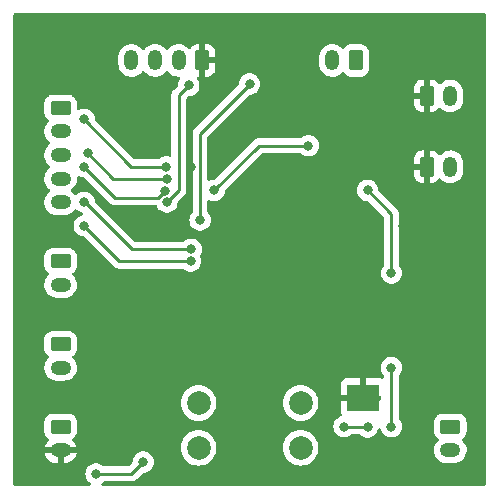
<source format=gbr>
%TF.GenerationSoftware,KiCad,Pcbnew,(7.0.0)*%
%TF.CreationDate,2023-09-18T04:22:57-04:00*%
%TF.ProjectId,Rangefinder,52616e67-6566-4696-9e64-65722e6b6963,rev?*%
%TF.SameCoordinates,Original*%
%TF.FileFunction,Copper,L2,Bot*%
%TF.FilePolarity,Positive*%
%FSLAX46Y46*%
G04 Gerber Fmt 4.6, Leading zero omitted, Abs format (unit mm)*
G04 Created by KiCad (PCBNEW (7.0.0)) date 2023-09-18 04:22:57*
%MOMM*%
%LPD*%
G01*
G04 APERTURE LIST*
G04 Aperture macros list*
%AMRoundRect*
0 Rectangle with rounded corners*
0 $1 Rounding radius*
0 $2 $3 $4 $5 $6 $7 $8 $9 X,Y pos of 4 corners*
0 Add a 4 corners polygon primitive as box body*
4,1,4,$2,$3,$4,$5,$6,$7,$8,$9,$2,$3,0*
0 Add four circle primitives for the rounded corners*
1,1,$1+$1,$2,$3*
1,1,$1+$1,$4,$5*
1,1,$1+$1,$6,$7*
1,1,$1+$1,$8,$9*
0 Add four rect primitives between the rounded corners*
20,1,$1+$1,$2,$3,$4,$5,0*
20,1,$1+$1,$4,$5,$6,$7,0*
20,1,$1+$1,$6,$7,$8,$9,0*
20,1,$1+$1,$8,$9,$2,$3,0*%
G04 Aperture macros list end*
%TA.AperFunction,ComponentPad*%
%ADD10RoundRect,0.250000X0.350000X0.625000X-0.350000X0.625000X-0.350000X-0.625000X0.350000X-0.625000X0*%
%TD*%
%TA.AperFunction,ComponentPad*%
%ADD11O,1.200000X1.750000*%
%TD*%
%TA.AperFunction,ComponentPad*%
%ADD12RoundRect,0.250000X-0.350000X-0.625000X0.350000X-0.625000X0.350000X0.625000X-0.350000X0.625000X0*%
%TD*%
%TA.AperFunction,ComponentPad*%
%ADD13RoundRect,0.250000X-0.625000X0.350000X-0.625000X-0.350000X0.625000X-0.350000X0.625000X0.350000X0*%
%TD*%
%TA.AperFunction,ComponentPad*%
%ADD14O,1.750000X1.200000*%
%TD*%
%TA.AperFunction,ComponentPad*%
%ADD15C,2.010000*%
%TD*%
%TA.AperFunction,ComponentPad*%
%ADD16C,0.600000*%
%TD*%
%TA.AperFunction,SMDPad,CuDef*%
%ADD17R,2.800000X2.300000*%
%TD*%
%TA.AperFunction,ViaPad*%
%ADD18C,0.800000*%
%TD*%
%TA.AperFunction,ViaPad*%
%ADD19C,3.200000*%
%TD*%
%TA.AperFunction,Conductor*%
%ADD20C,0.250000*%
%TD*%
G04 APERTURE END LIST*
D10*
%TO.P,J5,1,Pin_1*%
%TO.N,5V_Board*%
X159000000Y-94000000D03*
D11*
%TO.P,J5,2,Pin_2*%
%TO.N,Net-(J5-Pin_2)*%
X156999999Y-93999999D03*
%TD*%
D10*
%TO.P,J6,1,Pin_1*%
%TO.N,GND*%
X146000000Y-94000000D03*
D11*
%TO.P,J6,2,Pin_2*%
%TO.N,/Processor/NRST*%
X143999999Y-93999999D03*
%TO.P,J6,3,Pin_3*%
%TO.N,/Processor/SWDIO*%
X141999999Y-93999999D03*
%TO.P,J6,4,Pin_4*%
%TO.N,/Processor/SWCLK*%
X139999999Y-93999999D03*
%TD*%
D12*
%TO.P,J10,1,Pin_1*%
%TO.N,GND*%
X165000000Y-103000000D03*
D11*
%TO.P,J10,2,Pin_2*%
%TO.N,5V_Board*%
X166999999Y-102999999D03*
%TD*%
D13*
%TO.P,J8,1,Pin_1*%
%TO.N,5V_USB*%
X134000000Y-118000000D03*
D14*
%TO.P,J8,2,Pin_2*%
%TO.N,Net-(J8-Pin_2)*%
X133999999Y-119999999D03*
%TD*%
D12*
%TO.P,J4,1,Pin_1*%
%TO.N,GND*%
X165000000Y-97000000D03*
D11*
%TO.P,J4,2,Pin_2*%
%TO.N,5V_Board*%
X166999999Y-96999999D03*
%TD*%
D15*
%TO.P,J1,MH1,MH1*%
%TO.N,unconnected-(J1-PadMH1)*%
X145680000Y-123000000D03*
%TO.P,J1,MH2,MH2*%
%TO.N,unconnected-(J1-PadMH2)*%
X145680000Y-126800000D03*
%TO.P,J1,MH3,MH3*%
%TO.N,unconnected-(J1-PadMH3)*%
X154320000Y-126800000D03*
%TO.P,J1,MH4,MH4*%
%TO.N,unconnected-(J1-PadMH4)*%
X154320000Y-123000000D03*
%TD*%
D13*
%TO.P,J9,1,Pin_1*%
%TO.N,Net-(J9-Pin_1)*%
X167000000Y-125000000D03*
D14*
%TO.P,J9,2,Pin_2*%
%TO.N,Net-(J9-Pin_2)*%
X166999999Y-126999999D03*
%TD*%
D13*
%TO.P,J11,1,Pin_1*%
%TO.N,/Processor/PC7_USART6_RX*%
X134000000Y-111000000D03*
D14*
%TO.P,J11,2,Pin_2*%
%TO.N,/Processor/PC6_USART6_TX*%
X133999999Y-112999999D03*
%TD*%
D16*
%TO.P,U2,11,PAD*%
%TO.N,GND*%
X160385000Y-122050000D03*
X158885000Y-122050000D03*
X159635000Y-122550000D03*
D17*
X159634999Y-122549999D03*
D16*
X160385000Y-123050000D03*
X158885000Y-123050000D03*
%TD*%
D13*
%TO.P,J3,1,Pin_1*%
%TO.N,/Processor/SPI_CS*%
X134000000Y-98000000D03*
D14*
%TO.P,J3,2,Pin_2*%
%TO.N,/Processor/SPI_RST*%
X133999999Y-99999999D03*
%TO.P,J3,3,Pin_3*%
%TO.N,/Processor/OLED_DC*%
X133999999Y-101999999D03*
%TO.P,J3,4,Pin_4*%
%TO.N,/Processor/PA7_SPI1_MOSI*%
X133999999Y-103999999D03*
%TO.P,J3,5,Pin_5*%
%TO.N,/Processor/PA5_SPI1_SCK*%
X133999999Y-105999999D03*
%TD*%
D13*
%TO.P,J7,1,Pin_1*%
%TO.N,Net-(IC1-VBAT_1)*%
X134000000Y-125000000D03*
D14*
%TO.P,J7,2,Pin_2*%
%TO.N,GND*%
X133999999Y-126999999D03*
%TD*%
D18*
%TO.N,GND*%
X136785207Y-110391731D03*
D19*
X157542770Y-99304819D03*
X139000000Y-115000000D03*
X133000000Y-93000000D03*
D18*
X151535701Y-119055895D03*
X148000000Y-126000000D03*
X143000000Y-108000000D03*
X144000000Y-125000000D03*
X155635352Y-113425422D03*
X140000000Y-101000000D03*
X163000000Y-108000000D03*
X169000000Y-107000000D03*
X155000000Y-97000000D03*
X137000000Y-127000000D03*
X152000000Y-126000000D03*
X145000000Y-103000000D03*
X154353523Y-104804765D03*
X142000000Y-115000000D03*
X145000000Y-99000000D03*
X158000000Y-129000000D03*
X155574577Y-111845282D03*
X150000000Y-116000000D03*
%TO.N,3.3V_Board*%
X147000000Y-105000000D03*
X154981168Y-101220027D03*
%TO.N,Net-(J9-Pin_2)*%
X159992960Y-125049498D03*
X158000000Y-125000000D03*
%TO.N,5V_Board*%
X162000000Y-125000000D03*
X162000000Y-120000000D03*
%TO.N,Net-(IC1-STAT)*%
X141000000Y-128000000D03*
X137000000Y-129000000D03*
%TO.N,Net-(IC2-FB)*%
X160000000Y-105000000D03*
X162000000Y-112000000D03*
%TO.N,/Processor/OLED_DC*%
X142850846Y-105011689D03*
X136000000Y-103000000D03*
%TO.N,/Processor/SPI_RST*%
X136282105Y-101858839D03*
X143000000Y-104000000D03*
%TO.N,/Processor/SPI_CS*%
X142951761Y-103001664D03*
X136000000Y-99000000D03*
%TO.N,/Processor/PA5_SPI1_SCK*%
X136000000Y-108000000D03*
X145000000Y-111000000D03*
%TO.N,/Processor/PA7_SPI1_MOSI*%
X136000000Y-106000000D03*
X145073476Y-110003204D03*
%TO.N,/Processor/NRST*%
X143000000Y-106000000D03*
X144851322Y-96114836D03*
%TO.N,/Processor/PA1_LASER_SWITCH*%
X150000000Y-96000000D03*
X145808296Y-107525500D03*
%TD*%
D20*
%TO.N,3.3V_Board*%
X150779973Y-101220027D02*
X147000000Y-105000000D01*
X154981168Y-101220027D02*
X150779973Y-101220027D01*
%TO.N,Net-(J9-Pin_2)*%
X158000000Y-125000000D02*
X159943462Y-125000000D01*
X159943462Y-125000000D02*
X159992960Y-125049498D01*
%TO.N,5V_Board*%
X162000000Y-125000000D02*
X162000000Y-120000000D01*
%TO.N,Net-(IC1-STAT)*%
X140000000Y-129000000D02*
X137000000Y-129000000D01*
X141000000Y-128000000D02*
X140000000Y-129000000D01*
%TO.N,Net-(IC2-FB)*%
X162000000Y-107000000D02*
X160000000Y-105000000D01*
X162000000Y-112000000D02*
X162000000Y-107000000D01*
%TO.N,/Processor/OLED_DC*%
X142251056Y-105611479D02*
X138611479Y-105611479D01*
X138611479Y-105611479D02*
X136000000Y-103000000D01*
X142850846Y-105011689D02*
X142251056Y-105611479D01*
%TO.N,/Processor/SPI_RST*%
X143000000Y-104000000D02*
X138423266Y-104000000D01*
X138423266Y-104000000D02*
X136282105Y-101858839D01*
%TO.N,/Processor/SPI_CS*%
X140001664Y-103001664D02*
X136000000Y-99000000D01*
X142951761Y-103001664D02*
X140001664Y-103001664D01*
%TO.N,/Processor/PA5_SPI1_SCK*%
X136000000Y-108025305D02*
X136000000Y-108000000D01*
X138974695Y-111000000D02*
X136000000Y-108025305D01*
X145000000Y-111000000D02*
X138974695Y-111000000D01*
%TO.N,/Processor/PA7_SPI1_MOSI*%
X145073476Y-110003204D02*
X145070272Y-110000000D01*
X136025305Y-106000000D02*
X136000000Y-106000000D01*
X140025305Y-110000000D02*
X136025305Y-106000000D01*
X145070272Y-110000000D02*
X140025305Y-110000000D01*
%TO.N,/Processor/NRST*%
X144000000Y-96966158D02*
X144000000Y-105000000D01*
X144000000Y-105000000D02*
X143000000Y-106000000D01*
X144851322Y-96114836D02*
X144000000Y-96966158D01*
%TO.N,/Processor/PA1_LASER_SWITCH*%
X145808296Y-107525500D02*
X145808296Y-100191704D01*
X145808296Y-100191704D02*
X150000000Y-96000000D01*
%TD*%
%TA.AperFunction,Conductor*%
%TO.N,GND*%
G36*
X169937500Y-90017113D02*
G01*
X169982887Y-90062500D01*
X169999500Y-90124500D01*
X169999500Y-129875500D01*
X169982887Y-129937500D01*
X169937500Y-129982887D01*
X169875500Y-129999500D01*
X137537960Y-129999500D01*
X137478223Y-129984162D01*
X137433263Y-129941942D01*
X137414205Y-129883286D01*
X137425762Y-129822703D01*
X137465075Y-129775182D01*
X137489466Y-129757460D01*
X137605871Y-129672888D01*
X137611601Y-129666523D01*
X137613271Y-129665310D01*
X137615050Y-129663709D01*
X137615218Y-129663895D01*
X137653315Y-129636219D01*
X137703748Y-129625500D01*
X139922225Y-129625500D01*
X139933280Y-129626021D01*
X139940667Y-129627673D01*
X140007872Y-129625561D01*
X140011768Y-129625500D01*
X140035448Y-129625500D01*
X140039350Y-129625500D01*
X140043313Y-129624999D01*
X140054963Y-129624080D01*
X140098627Y-129622709D01*
X140117861Y-129617119D01*
X140136917Y-129613174D01*
X140156792Y-129610664D01*
X140197395Y-129594587D01*
X140208450Y-129590802D01*
X140250390Y-129578618D01*
X140267629Y-129568422D01*
X140285103Y-129559862D01*
X140296474Y-129555360D01*
X140296476Y-129555358D01*
X140303732Y-129552486D01*
X140339069Y-129526811D01*
X140348824Y-129520403D01*
X140386420Y-129498170D01*
X140400584Y-129484005D01*
X140415379Y-129471368D01*
X140431587Y-129459594D01*
X140459428Y-129425938D01*
X140467279Y-129417309D01*
X140947770Y-128936819D01*
X140987999Y-128909939D01*
X141035452Y-128900500D01*
X141088143Y-128900500D01*
X141094646Y-128900500D01*
X141279803Y-128861144D01*
X141452730Y-128784151D01*
X141605871Y-128672888D01*
X141732533Y-128532216D01*
X141827179Y-128368284D01*
X141885674Y-128188256D01*
X141905460Y-128000000D01*
X141885674Y-127811744D01*
X141827179Y-127631716D01*
X141732533Y-127467784D01*
X141605871Y-127327112D01*
X141600613Y-127323292D01*
X141600611Y-127323290D01*
X141457988Y-127219669D01*
X141457987Y-127219668D01*
X141452730Y-127215849D01*
X141446792Y-127213205D01*
X141285745Y-127141501D01*
X141285740Y-127141499D01*
X141279803Y-127138856D01*
X141273444Y-127137504D01*
X141273440Y-127137503D01*
X141101008Y-127100852D01*
X141101005Y-127100851D01*
X141094646Y-127099500D01*
X140905354Y-127099500D01*
X140898995Y-127100851D01*
X140898991Y-127100852D01*
X140726559Y-127137503D01*
X140726552Y-127137505D01*
X140720197Y-127138856D01*
X140714262Y-127141498D01*
X140714254Y-127141501D01*
X140553207Y-127213205D01*
X140553202Y-127213207D01*
X140547270Y-127215849D01*
X140542016Y-127219665D01*
X140542011Y-127219669D01*
X140399388Y-127323290D01*
X140399381Y-127323295D01*
X140394129Y-127327112D01*
X140389784Y-127331937D01*
X140389779Y-127331942D01*
X140271813Y-127462956D01*
X140271808Y-127462962D01*
X140267467Y-127467784D01*
X140264222Y-127473404D01*
X140264218Y-127473410D01*
X140176069Y-127626089D01*
X140176066Y-127626094D01*
X140172821Y-127631716D01*
X140170815Y-127637888D01*
X140170813Y-127637894D01*
X140116333Y-127805564D01*
X140116331Y-127805573D01*
X140114326Y-127811744D01*
X140113647Y-127818203D01*
X140113647Y-127818204D01*
X140096678Y-127979650D01*
X140085278Y-128020071D01*
X140061038Y-128054369D01*
X139777225Y-128338183D01*
X139737000Y-128365061D01*
X139689547Y-128374500D01*
X137703748Y-128374500D01*
X137653315Y-128363781D01*
X137615218Y-128336104D01*
X137615050Y-128336291D01*
X137613271Y-128334689D01*
X137611601Y-128333476D01*
X137605871Y-128327112D01*
X137600613Y-128323292D01*
X137600611Y-128323290D01*
X137457988Y-128219669D01*
X137457987Y-128219668D01*
X137452730Y-128215849D01*
X137446792Y-128213205D01*
X137285745Y-128141501D01*
X137285740Y-128141499D01*
X137279803Y-128138856D01*
X137273444Y-128137504D01*
X137273440Y-128137503D01*
X137101008Y-128100852D01*
X137101005Y-128100851D01*
X137094646Y-128099500D01*
X136905354Y-128099500D01*
X136898995Y-128100851D01*
X136898991Y-128100852D01*
X136726559Y-128137503D01*
X136726552Y-128137505D01*
X136720197Y-128138856D01*
X136714262Y-128141498D01*
X136714254Y-128141501D01*
X136553207Y-128213205D01*
X136553202Y-128213207D01*
X136547270Y-128215849D01*
X136542016Y-128219665D01*
X136542011Y-128219669D01*
X136399388Y-128323290D01*
X136399381Y-128323295D01*
X136394129Y-128327112D01*
X136389784Y-128331937D01*
X136389779Y-128331942D01*
X136271813Y-128462956D01*
X136271808Y-128462962D01*
X136267467Y-128467784D01*
X136264222Y-128473404D01*
X136264218Y-128473410D01*
X136176069Y-128626089D01*
X136176066Y-128626094D01*
X136172821Y-128631716D01*
X136170815Y-128637888D01*
X136170813Y-128637894D01*
X136116333Y-128805564D01*
X136116331Y-128805573D01*
X136114326Y-128811744D01*
X136113648Y-128818194D01*
X136113646Y-128818204D01*
X136101180Y-128936819D01*
X136094540Y-129000000D01*
X136095219Y-129006460D01*
X136113646Y-129181795D01*
X136113647Y-129181803D01*
X136114326Y-129188256D01*
X136116331Y-129194428D01*
X136116333Y-129194435D01*
X136170813Y-129362105D01*
X136172821Y-129368284D01*
X136176068Y-129373908D01*
X136176069Y-129373910D01*
X136247810Y-129498170D01*
X136267467Y-129532216D01*
X136271811Y-129537041D01*
X136271813Y-129537043D01*
X136353417Y-129627673D01*
X136394129Y-129672888D01*
X136399387Y-129676708D01*
X136399388Y-129676709D01*
X136534925Y-129775182D01*
X136574238Y-129822703D01*
X136585795Y-129883286D01*
X136566737Y-129941942D01*
X136521777Y-129984162D01*
X136462040Y-129999500D01*
X130124500Y-129999500D01*
X130062500Y-129982887D01*
X130017113Y-129937500D01*
X130000500Y-129875500D01*
X130000500Y-127252505D01*
X132656927Y-127252505D01*
X132657060Y-127263679D01*
X132679377Y-127355670D01*
X132683225Y-127366788D01*
X132765580Y-127547121D01*
X132771468Y-127557319D01*
X132886463Y-127718806D01*
X132894172Y-127727703D01*
X133037658Y-127864517D01*
X133046899Y-127871784D01*
X133213685Y-127978971D01*
X133224143Y-127984363D01*
X133408201Y-128058049D01*
X133419484Y-128061362D01*
X133614165Y-128098882D01*
X133625866Y-128100000D01*
X133733674Y-128100000D01*
X133746549Y-128096549D01*
X133750000Y-128083674D01*
X134250000Y-128083674D01*
X134253450Y-128096549D01*
X134266326Y-128100000D01*
X134324450Y-128100000D01*
X134330339Y-128099719D01*
X134478242Y-128085596D01*
X134489793Y-128083369D01*
X134680026Y-128027512D01*
X134690932Y-128023146D01*
X134867159Y-127932295D01*
X134877055Y-127925935D01*
X135032894Y-127803382D01*
X135041408Y-127795264D01*
X135171243Y-127645427D01*
X135178062Y-127635850D01*
X135277191Y-127464153D01*
X135282079Y-127453450D01*
X135346924Y-127266095D01*
X135348279Y-127260511D01*
X135347693Y-127252318D01*
X135337036Y-127250000D01*
X134266326Y-127250000D01*
X134253450Y-127253450D01*
X134250000Y-127266326D01*
X134250000Y-128083674D01*
X133750000Y-128083674D01*
X133750000Y-127266326D01*
X133746549Y-127253450D01*
X133733674Y-127250000D01*
X132667819Y-127250000D01*
X132656927Y-127252505D01*
X130000500Y-127252505D01*
X130000500Y-126800000D01*
X144169845Y-126800000D01*
X144188438Y-127036240D01*
X144189573Y-127040969D01*
X144189574Y-127040973D01*
X144242619Y-127261927D01*
X144242621Y-127261936D01*
X144243757Y-127266664D01*
X144334442Y-127485596D01*
X144336989Y-127489753D01*
X144336990Y-127489754D01*
X144432386Y-127645427D01*
X144458259Y-127687647D01*
X144461423Y-127691352D01*
X144461427Y-127691357D01*
X144569765Y-127818204D01*
X144612159Y-127867841D01*
X144615866Y-127871007D01*
X144788642Y-128018572D01*
X144788645Y-128018574D01*
X144792353Y-128021741D01*
X144994404Y-128145558D01*
X145213336Y-128236243D01*
X145443760Y-128291562D01*
X145680000Y-128310155D01*
X145916240Y-128291562D01*
X146146664Y-128236243D01*
X146365596Y-128145558D01*
X146567647Y-128021741D01*
X146747841Y-127867841D01*
X146901741Y-127687647D01*
X147025558Y-127485596D01*
X147116243Y-127266664D01*
X147171562Y-127036240D01*
X147190155Y-126800000D01*
X152809845Y-126800000D01*
X152828438Y-127036240D01*
X152829573Y-127040969D01*
X152829574Y-127040973D01*
X152882619Y-127261927D01*
X152882621Y-127261936D01*
X152883757Y-127266664D01*
X152974442Y-127485596D01*
X152976989Y-127489753D01*
X152976990Y-127489754D01*
X153072386Y-127645427D01*
X153098259Y-127687647D01*
X153101423Y-127691352D01*
X153101427Y-127691357D01*
X153209765Y-127818204D01*
X153252159Y-127867841D01*
X153255866Y-127871007D01*
X153428642Y-128018572D01*
X153428645Y-128018574D01*
X153432353Y-128021741D01*
X153634404Y-128145558D01*
X153853336Y-128236243D01*
X154083760Y-128291562D01*
X154320000Y-128310155D01*
X154556240Y-128291562D01*
X154786664Y-128236243D01*
X155005596Y-128145558D01*
X155207647Y-128021741D01*
X155387841Y-127867841D01*
X155541741Y-127687647D01*
X155665558Y-127485596D01*
X155756243Y-127266664D01*
X155811562Y-127036240D01*
X155818554Y-126947398D01*
X165620746Y-126947398D01*
X165621026Y-126953282D01*
X165621026Y-126953289D01*
X165629866Y-127138856D01*
X165630746Y-127157330D01*
X165632135Y-127163058D01*
X165632137Y-127163067D01*
X165655807Y-127260633D01*
X165680296Y-127361576D01*
X165682749Y-127366947D01*
X165727141Y-127464153D01*
X165767604Y-127552753D01*
X165771031Y-127557566D01*
X165771032Y-127557567D01*
X165885849Y-127718806D01*
X165889514Y-127723952D01*
X166041622Y-127868986D01*
X166218428Y-127982613D01*
X166223911Y-127984808D01*
X166223913Y-127984809D01*
X166397666Y-128054369D01*
X166413543Y-128060725D01*
X166619915Y-128100500D01*
X167324471Y-128100500D01*
X167327425Y-128100500D01*
X167484218Y-128085528D01*
X167685875Y-128026316D01*
X167872682Y-127930011D01*
X168037886Y-127800092D01*
X168175519Y-127641256D01*
X168280604Y-127459244D01*
X168349344Y-127260633D01*
X168379254Y-127052602D01*
X168369254Y-126842670D01*
X168319704Y-126638424D01*
X168232396Y-126447247D01*
X168110486Y-126276048D01*
X168106212Y-126271973D01*
X168106208Y-126271968D01*
X168007917Y-126178249D01*
X167977106Y-126131301D01*
X167970163Y-126075576D01*
X167988512Y-126022503D01*
X168028389Y-125982968D01*
X168093656Y-125942712D01*
X168217712Y-125818656D01*
X168309814Y-125669334D01*
X168364999Y-125502797D01*
X168375500Y-125400009D01*
X168375499Y-124599992D01*
X168364999Y-124497203D01*
X168309814Y-124330666D01*
X168217712Y-124181344D01*
X168093656Y-124057288D01*
X168087515Y-124053500D01*
X168087511Y-124053497D01*
X167950480Y-123968977D01*
X167944334Y-123965186D01*
X167923173Y-123958174D01*
X167784225Y-123912131D01*
X167784224Y-123912130D01*
X167777797Y-123910001D01*
X167771064Y-123909313D01*
X167771059Y-123909312D01*
X167678140Y-123899819D01*
X167678123Y-123899818D01*
X167675009Y-123899500D01*
X167671860Y-123899500D01*
X166328140Y-123899500D01*
X166328120Y-123899500D01*
X166324992Y-123899501D01*
X166321860Y-123899820D01*
X166321858Y-123899821D01*
X166228938Y-123909312D01*
X166228928Y-123909313D01*
X166222203Y-123910001D01*
X166215781Y-123912128D01*
X166215776Y-123912130D01*
X166062521Y-123962914D01*
X166062517Y-123962915D01*
X166055666Y-123965186D01*
X166049522Y-123968975D01*
X166049519Y-123968977D01*
X165912488Y-124053497D01*
X165912480Y-124053503D01*
X165906344Y-124057288D01*
X165901242Y-124062389D01*
X165901238Y-124062393D01*
X165787393Y-124176238D01*
X165787389Y-124176242D01*
X165782288Y-124181344D01*
X165778503Y-124187480D01*
X165778497Y-124187488D01*
X165693977Y-124324519D01*
X165690186Y-124330666D01*
X165687915Y-124337517D01*
X165687914Y-124337521D01*
X165642885Y-124473410D01*
X165635001Y-124497203D01*
X165634313Y-124503933D01*
X165634312Y-124503940D01*
X165624819Y-124596859D01*
X165624818Y-124596877D01*
X165624500Y-124599991D01*
X165624500Y-124603138D01*
X165624500Y-124603139D01*
X165624500Y-125396858D01*
X165624500Y-125396877D01*
X165624501Y-125400008D01*
X165624820Y-125403140D01*
X165624821Y-125403141D01*
X165634312Y-125496061D01*
X165634313Y-125496069D01*
X165635001Y-125502797D01*
X165637129Y-125509219D01*
X165637130Y-125509223D01*
X165662751Y-125586541D01*
X165690186Y-125669334D01*
X165693977Y-125675480D01*
X165778497Y-125812511D01*
X165778500Y-125812515D01*
X165782288Y-125818656D01*
X165906344Y-125942712D01*
X165918157Y-125949998D01*
X165969739Y-125981814D01*
X166011158Y-126023867D01*
X166028443Y-126080305D01*
X166017676Y-126138339D01*
X165981298Y-126184821D01*
X165966758Y-126196255D01*
X165966752Y-126196260D01*
X165962114Y-126199908D01*
X165958250Y-126204367D01*
X165958245Y-126204372D01*
X165850397Y-126328835D01*
X165824481Y-126358744D01*
X165821530Y-126363854D01*
X165821528Y-126363858D01*
X165722352Y-126535635D01*
X165722349Y-126535640D01*
X165719396Y-126540756D01*
X165717465Y-126546335D01*
X165717461Y-126546344D01*
X165652587Y-126733785D01*
X165652584Y-126733794D01*
X165650656Y-126739367D01*
X165649816Y-126745203D01*
X165649815Y-126745211D01*
X165621585Y-126941558D01*
X165621584Y-126941564D01*
X165620746Y-126947398D01*
X155818554Y-126947398D01*
X155830155Y-126800000D01*
X155811562Y-126563760D01*
X155756243Y-126333336D01*
X155665558Y-126114404D01*
X155541741Y-125912353D01*
X155498004Y-125861144D01*
X155391007Y-125735866D01*
X155387841Y-125732159D01*
X155370742Y-125717555D01*
X155211357Y-125581427D01*
X155211352Y-125581423D01*
X155207647Y-125578259D01*
X155203491Y-125575712D01*
X155203488Y-125575710D01*
X155009754Y-125456990D01*
X155009753Y-125456989D01*
X155005596Y-125454442D01*
X154786664Y-125363757D01*
X154781936Y-125362621D01*
X154781927Y-125362619D01*
X154560973Y-125309574D01*
X154560969Y-125309573D01*
X154556240Y-125308438D01*
X154551387Y-125308056D01*
X154324854Y-125290227D01*
X154320000Y-125289845D01*
X154315146Y-125290227D01*
X154088612Y-125308056D01*
X154088610Y-125308056D01*
X154083760Y-125308438D01*
X154079032Y-125309573D01*
X154079026Y-125309574D01*
X153858072Y-125362619D01*
X153858060Y-125362622D01*
X153853336Y-125363757D01*
X153848839Y-125365619D01*
X153848835Y-125365621D01*
X153638908Y-125452576D01*
X153638904Y-125452577D01*
X153634404Y-125454442D01*
X153630251Y-125456986D01*
X153630245Y-125456990D01*
X153436511Y-125575710D01*
X153436502Y-125575716D01*
X153432353Y-125578259D01*
X153428653Y-125581418D01*
X153428642Y-125581427D01*
X153255866Y-125728992D01*
X153255859Y-125728998D01*
X153252159Y-125732159D01*
X153248998Y-125735859D01*
X153248992Y-125735866D01*
X153101427Y-125908642D01*
X153101418Y-125908653D01*
X153098259Y-125912353D01*
X153095716Y-125916502D01*
X153095710Y-125916511D01*
X152976990Y-126110245D01*
X152976986Y-126110251D01*
X152974442Y-126114404D01*
X152972577Y-126118904D01*
X152972576Y-126118908D01*
X152907487Y-126276048D01*
X152883757Y-126333336D01*
X152882622Y-126338060D01*
X152882619Y-126338072D01*
X152829574Y-126559026D01*
X152829573Y-126559032D01*
X152828438Y-126563760D01*
X152828056Y-126568610D01*
X152828056Y-126568612D01*
X152814157Y-126745211D01*
X152809845Y-126800000D01*
X147190155Y-126800000D01*
X147171562Y-126563760D01*
X147116243Y-126333336D01*
X147025558Y-126114404D01*
X146901741Y-125912353D01*
X146858004Y-125861144D01*
X146751007Y-125735866D01*
X146747841Y-125732159D01*
X146730742Y-125717555D01*
X146571357Y-125581427D01*
X146571352Y-125581423D01*
X146567647Y-125578259D01*
X146563491Y-125575712D01*
X146563488Y-125575710D01*
X146369754Y-125456990D01*
X146369753Y-125456989D01*
X146365596Y-125454442D01*
X146146664Y-125363757D01*
X146141936Y-125362621D01*
X146141927Y-125362619D01*
X145920973Y-125309574D01*
X145920969Y-125309573D01*
X145916240Y-125308438D01*
X145911387Y-125308056D01*
X145684854Y-125290227D01*
X145680000Y-125289845D01*
X145675146Y-125290227D01*
X145448612Y-125308056D01*
X145448610Y-125308056D01*
X145443760Y-125308438D01*
X145439032Y-125309573D01*
X145439026Y-125309574D01*
X145218072Y-125362619D01*
X145218060Y-125362622D01*
X145213336Y-125363757D01*
X145208839Y-125365619D01*
X145208835Y-125365621D01*
X144998908Y-125452576D01*
X144998904Y-125452577D01*
X144994404Y-125454442D01*
X144990251Y-125456986D01*
X144990245Y-125456990D01*
X144796511Y-125575710D01*
X144796502Y-125575716D01*
X144792353Y-125578259D01*
X144788653Y-125581418D01*
X144788642Y-125581427D01*
X144615866Y-125728992D01*
X144615859Y-125728998D01*
X144612159Y-125732159D01*
X144608998Y-125735859D01*
X144608992Y-125735866D01*
X144461427Y-125908642D01*
X144461418Y-125908653D01*
X144458259Y-125912353D01*
X144455716Y-125916502D01*
X144455710Y-125916511D01*
X144336990Y-126110245D01*
X144336986Y-126110251D01*
X144334442Y-126114404D01*
X144332577Y-126118904D01*
X144332576Y-126118908D01*
X144267487Y-126276048D01*
X144243757Y-126333336D01*
X144242622Y-126338060D01*
X144242619Y-126338072D01*
X144189574Y-126559026D01*
X144189573Y-126559032D01*
X144188438Y-126563760D01*
X144188056Y-126568610D01*
X144188056Y-126568612D01*
X144174157Y-126745211D01*
X144169845Y-126800000D01*
X130000500Y-126800000D01*
X130000500Y-125396877D01*
X132624500Y-125396877D01*
X132624501Y-125400008D01*
X132624820Y-125403140D01*
X132624821Y-125403141D01*
X132634312Y-125496061D01*
X132634313Y-125496069D01*
X132635001Y-125502797D01*
X132637129Y-125509219D01*
X132637130Y-125509223D01*
X132662751Y-125586541D01*
X132690186Y-125669334D01*
X132693977Y-125675480D01*
X132778497Y-125812511D01*
X132778500Y-125812515D01*
X132782288Y-125818656D01*
X132906344Y-125942712D01*
X132970193Y-125982094D01*
X133011611Y-126024146D01*
X133028896Y-126080584D01*
X133018129Y-126138619D01*
X132981750Y-126185101D01*
X132967103Y-126196619D01*
X132958591Y-126204735D01*
X132828756Y-126354572D01*
X132821937Y-126364149D01*
X132722808Y-126535846D01*
X132717920Y-126546549D01*
X132653075Y-126733904D01*
X132651720Y-126739488D01*
X132652306Y-126747681D01*
X132662964Y-126750000D01*
X135332181Y-126750000D01*
X135343072Y-126747494D01*
X135342939Y-126736320D01*
X135320622Y-126644329D01*
X135316774Y-126633211D01*
X135234419Y-126452878D01*
X135228531Y-126442680D01*
X135113536Y-126281193D01*
X135105828Y-126272297D01*
X135007477Y-126178520D01*
X134976666Y-126131572D01*
X134969723Y-126075847D01*
X134988073Y-126022774D01*
X135027948Y-125983240D01*
X135093656Y-125942712D01*
X135217712Y-125818656D01*
X135309814Y-125669334D01*
X135364999Y-125502797D01*
X135375500Y-125400009D01*
X135375499Y-125000000D01*
X157094540Y-125000000D01*
X157095219Y-125006460D01*
X157113646Y-125181795D01*
X157113647Y-125181803D01*
X157114326Y-125188256D01*
X157116331Y-125194428D01*
X157116333Y-125194435D01*
X157170813Y-125362105D01*
X157172821Y-125368284D01*
X157176068Y-125373908D01*
X157176069Y-125373910D01*
X157201398Y-125417782D01*
X157267467Y-125532216D01*
X157271811Y-125537041D01*
X157271813Y-125537043D01*
X157361112Y-125636219D01*
X157394129Y-125672888D01*
X157547270Y-125784151D01*
X157720197Y-125861144D01*
X157905354Y-125900500D01*
X158088143Y-125900500D01*
X158094646Y-125900500D01*
X158279803Y-125861144D01*
X158452730Y-125784151D01*
X158605871Y-125672888D01*
X158611601Y-125666523D01*
X158613271Y-125665310D01*
X158615050Y-125663709D01*
X158615218Y-125663895D01*
X158653315Y-125636219D01*
X158703748Y-125625500D01*
X159244644Y-125625500D01*
X159295079Y-125636220D01*
X159336793Y-125666527D01*
X159387089Y-125722386D01*
X159540230Y-125833649D01*
X159713157Y-125910642D01*
X159898314Y-125949998D01*
X160081103Y-125949998D01*
X160087606Y-125949998D01*
X160272763Y-125910642D01*
X160445690Y-125833649D01*
X160598831Y-125722386D01*
X160725493Y-125581714D01*
X160820139Y-125417782D01*
X160878634Y-125237754D01*
X160879313Y-125231292D01*
X160880665Y-125224933D01*
X160882050Y-125225227D01*
X160903740Y-125170437D01*
X160956861Y-125130112D01*
X161023189Y-125123139D01*
X161083536Y-125151535D01*
X161120444Y-125207085D01*
X161153251Y-125308056D01*
X161172821Y-125368284D01*
X161176068Y-125373908D01*
X161176069Y-125373910D01*
X161201398Y-125417782D01*
X161267467Y-125532216D01*
X161271811Y-125537041D01*
X161271813Y-125537043D01*
X161361112Y-125636219D01*
X161394129Y-125672888D01*
X161547270Y-125784151D01*
X161720197Y-125861144D01*
X161905354Y-125900500D01*
X162088143Y-125900500D01*
X162094646Y-125900500D01*
X162279803Y-125861144D01*
X162452730Y-125784151D01*
X162605871Y-125672888D01*
X162732533Y-125532216D01*
X162827179Y-125368284D01*
X162885674Y-125188256D01*
X162905460Y-125000000D01*
X162885674Y-124811744D01*
X162827179Y-124631716D01*
X162732533Y-124467784D01*
X162657349Y-124384284D01*
X162633736Y-124345751D01*
X162625500Y-124301313D01*
X162625500Y-120698687D01*
X162633736Y-120654249D01*
X162657350Y-120615715D01*
X162732533Y-120532216D01*
X162827179Y-120368284D01*
X162885674Y-120188256D01*
X162905460Y-120000000D01*
X162885674Y-119811744D01*
X162827179Y-119631716D01*
X162732533Y-119467784D01*
X162605871Y-119327112D01*
X162600613Y-119323292D01*
X162600611Y-119323290D01*
X162457988Y-119219669D01*
X162457987Y-119219668D01*
X162452730Y-119215849D01*
X162426953Y-119204372D01*
X162285745Y-119141501D01*
X162285740Y-119141499D01*
X162279803Y-119138856D01*
X162273444Y-119137504D01*
X162273440Y-119137503D01*
X162101008Y-119100852D01*
X162101005Y-119100851D01*
X162094646Y-119099500D01*
X161905354Y-119099500D01*
X161898995Y-119100851D01*
X161898991Y-119100852D01*
X161726559Y-119137503D01*
X161726552Y-119137505D01*
X161720197Y-119138856D01*
X161714262Y-119141498D01*
X161714254Y-119141501D01*
X161553207Y-119213205D01*
X161553202Y-119213207D01*
X161547270Y-119215849D01*
X161542016Y-119219665D01*
X161542011Y-119219669D01*
X161399388Y-119323290D01*
X161399381Y-119323295D01*
X161394129Y-119327112D01*
X161389784Y-119331937D01*
X161389779Y-119331942D01*
X161271813Y-119462956D01*
X161271808Y-119462962D01*
X161267467Y-119467784D01*
X161264222Y-119473404D01*
X161264218Y-119473410D01*
X161176069Y-119626089D01*
X161176066Y-119626094D01*
X161172821Y-119631716D01*
X161170815Y-119637888D01*
X161170813Y-119637894D01*
X161116333Y-119805564D01*
X161116331Y-119805573D01*
X161114326Y-119811744D01*
X161113648Y-119818194D01*
X161113646Y-119818204D01*
X161099449Y-119953289D01*
X161094540Y-120000000D01*
X161095219Y-120006460D01*
X161113646Y-120181795D01*
X161113647Y-120181803D01*
X161114326Y-120188256D01*
X161116331Y-120194428D01*
X161116333Y-120194435D01*
X161139656Y-120266214D01*
X161172821Y-120368284D01*
X161176068Y-120373908D01*
X161176069Y-120373910D01*
X161228292Y-120464364D01*
X161267467Y-120532216D01*
X161271811Y-120537041D01*
X161271813Y-120537043D01*
X161342650Y-120615715D01*
X161366264Y-120654249D01*
X161374500Y-120698687D01*
X161374500Y-120814386D01*
X161360376Y-120871861D01*
X161321220Y-120916242D01*
X161265953Y-120937419D01*
X161207166Y-120930568D01*
X161149638Y-120909111D01*
X161134667Y-120905573D01*
X161086114Y-120900353D01*
X161079518Y-120900000D01*
X159901326Y-120900000D01*
X159888450Y-120903450D01*
X159885000Y-120916326D01*
X159885000Y-121931771D01*
X159887230Y-121941061D01*
X159895374Y-121936070D01*
X159964510Y-121866935D01*
X160020097Y-121834841D01*
X160084284Y-121834841D01*
X160139872Y-121866934D01*
X160165646Y-121892708D01*
X160177193Y-121899374D01*
X160188732Y-121892711D01*
X160297317Y-121784127D01*
X160352905Y-121752033D01*
X160417092Y-121752033D01*
X160472680Y-121784127D01*
X161069370Y-122380817D01*
X161098211Y-122426087D01*
X161105217Y-122479304D01*
X161089077Y-122530497D01*
X161077817Y-122550000D01*
X161089076Y-122569501D01*
X161105217Y-122620694D01*
X161098211Y-122673912D01*
X161069370Y-122719182D01*
X160472681Y-123315872D01*
X160417094Y-123347966D01*
X160352906Y-123347966D01*
X160297319Y-123315872D01*
X160188735Y-123207288D01*
X160177193Y-123200624D01*
X160165650Y-123207288D01*
X160139874Y-123233065D01*
X160084287Y-123265159D01*
X160020099Y-123265159D01*
X159964512Y-123233065D01*
X159646542Y-122915095D01*
X159635000Y-122908431D01*
X159623457Y-122915095D01*
X159305488Y-123233064D01*
X159249901Y-123265158D01*
X159185714Y-123265158D01*
X159130127Y-123233065D01*
X159104352Y-123207290D01*
X159092805Y-123200624D01*
X159081265Y-123207287D01*
X158972680Y-123315872D01*
X158917092Y-123347965D01*
X158852905Y-123347965D01*
X158797318Y-123315871D01*
X158290085Y-122808638D01*
X158280514Y-122802243D01*
X158269236Y-122800000D01*
X157751326Y-122800000D01*
X157738450Y-122803450D01*
X157735000Y-122816326D01*
X157735000Y-123744518D01*
X157735353Y-123751114D01*
X157740573Y-123799667D01*
X157744111Y-123814641D01*
X157788547Y-123933777D01*
X157801213Y-123956974D01*
X157799014Y-123958174D01*
X157815736Y-123997146D01*
X157811685Y-124055333D01*
X157781480Y-124105230D01*
X157731804Y-124135798D01*
X157726547Y-124137506D01*
X157720197Y-124138856D01*
X157714262Y-124141498D01*
X157714260Y-124141499D01*
X157553207Y-124213205D01*
X157553202Y-124213207D01*
X157547270Y-124215849D01*
X157542016Y-124219665D01*
X157542011Y-124219669D01*
X157399388Y-124323290D01*
X157399381Y-124323295D01*
X157394129Y-124327112D01*
X157389784Y-124331937D01*
X157389779Y-124331942D01*
X157271813Y-124462956D01*
X157271808Y-124462962D01*
X157267467Y-124467784D01*
X157264222Y-124473404D01*
X157264218Y-124473410D01*
X157176069Y-124626089D01*
X157176066Y-124626094D01*
X157172821Y-124631716D01*
X157170815Y-124637888D01*
X157170813Y-124637894D01*
X157116333Y-124805564D01*
X157116331Y-124805573D01*
X157114326Y-124811744D01*
X157113648Y-124818194D01*
X157113646Y-124818204D01*
X157103012Y-124919390D01*
X157094540Y-125000000D01*
X135375499Y-125000000D01*
X135375499Y-124599992D01*
X135364999Y-124497203D01*
X135309814Y-124330666D01*
X135217712Y-124181344D01*
X135093656Y-124057288D01*
X135087515Y-124053500D01*
X135087511Y-124053497D01*
X134950480Y-123968977D01*
X134944334Y-123965186D01*
X134923173Y-123958174D01*
X134784225Y-123912131D01*
X134784224Y-123912130D01*
X134777797Y-123910001D01*
X134771064Y-123909313D01*
X134771059Y-123909312D01*
X134678140Y-123899819D01*
X134678123Y-123899818D01*
X134675009Y-123899500D01*
X134671860Y-123899500D01*
X133328140Y-123899500D01*
X133328120Y-123899500D01*
X133324992Y-123899501D01*
X133321860Y-123899820D01*
X133321858Y-123899821D01*
X133228938Y-123909312D01*
X133228928Y-123909313D01*
X133222203Y-123910001D01*
X133215781Y-123912128D01*
X133215776Y-123912130D01*
X133062521Y-123962914D01*
X133062517Y-123962915D01*
X133055666Y-123965186D01*
X133049522Y-123968975D01*
X133049519Y-123968977D01*
X132912488Y-124053497D01*
X132912480Y-124053503D01*
X132906344Y-124057288D01*
X132901242Y-124062389D01*
X132901238Y-124062393D01*
X132787393Y-124176238D01*
X132787389Y-124176242D01*
X132782288Y-124181344D01*
X132778503Y-124187480D01*
X132778497Y-124187488D01*
X132693977Y-124324519D01*
X132690186Y-124330666D01*
X132687915Y-124337517D01*
X132687914Y-124337521D01*
X132642885Y-124473410D01*
X132635001Y-124497203D01*
X132634313Y-124503933D01*
X132634312Y-124503940D01*
X132624819Y-124596859D01*
X132624818Y-124596877D01*
X132624500Y-124599991D01*
X132624500Y-124603138D01*
X132624500Y-124603139D01*
X132624500Y-125396858D01*
X132624500Y-125396877D01*
X130000500Y-125396877D01*
X130000500Y-123000000D01*
X144169845Y-123000000D01*
X144170227Y-123004854D01*
X144186159Y-123207290D01*
X144188438Y-123236240D01*
X144189573Y-123240969D01*
X144189574Y-123240973D01*
X144242619Y-123461927D01*
X144242621Y-123461936D01*
X144243757Y-123466664D01*
X144334442Y-123685596D01*
X144458259Y-123887647D01*
X144461423Y-123891352D01*
X144461427Y-123891357D01*
X144522543Y-123962914D01*
X144612159Y-124067841D01*
X144615866Y-124071007D01*
X144788642Y-124218572D01*
X144788645Y-124218574D01*
X144792353Y-124221741D01*
X144994404Y-124345558D01*
X145213336Y-124436243D01*
X145443760Y-124491562D01*
X145680000Y-124510155D01*
X145916240Y-124491562D01*
X146146664Y-124436243D01*
X146365596Y-124345558D01*
X146567647Y-124221741D01*
X146747841Y-124067841D01*
X146901741Y-123887647D01*
X147025558Y-123685596D01*
X147116243Y-123466664D01*
X147171562Y-123236240D01*
X147190155Y-123000000D01*
X152809845Y-123000000D01*
X152810227Y-123004854D01*
X152826159Y-123207290D01*
X152828438Y-123236240D01*
X152829573Y-123240969D01*
X152829574Y-123240973D01*
X152882619Y-123461927D01*
X152882621Y-123461936D01*
X152883757Y-123466664D01*
X152974442Y-123685596D01*
X153098259Y-123887647D01*
X153101423Y-123891352D01*
X153101427Y-123891357D01*
X153162543Y-123962914D01*
X153252159Y-124067841D01*
X153255866Y-124071007D01*
X153428642Y-124218572D01*
X153428645Y-124218574D01*
X153432353Y-124221741D01*
X153634404Y-124345558D01*
X153853336Y-124436243D01*
X154083760Y-124491562D01*
X154320000Y-124510155D01*
X154556240Y-124491562D01*
X154786664Y-124436243D01*
X155005596Y-124345558D01*
X155207647Y-124221741D01*
X155387841Y-124067841D01*
X155541741Y-123887647D01*
X155665558Y-123685596D01*
X155756243Y-123466664D01*
X155811562Y-123236240D01*
X155830155Y-123000000D01*
X155811562Y-122763760D01*
X155760244Y-122550000D01*
X160243431Y-122550000D01*
X160250095Y-122561542D01*
X160373457Y-122684904D01*
X160385000Y-122691568D01*
X160396542Y-122684904D01*
X160519904Y-122561542D01*
X160526568Y-122550000D01*
X160519904Y-122538457D01*
X160396542Y-122415095D01*
X160385000Y-122408431D01*
X160373457Y-122415095D01*
X160250095Y-122538457D01*
X160243431Y-122550000D01*
X155760244Y-122550000D01*
X155756243Y-122533336D01*
X155665558Y-122314404D01*
X155646727Y-122283674D01*
X157735000Y-122283674D01*
X157738450Y-122296549D01*
X157751326Y-122300000D01*
X158269236Y-122300000D01*
X158280514Y-122297756D01*
X158290085Y-122291361D01*
X158797319Y-121784128D01*
X158852906Y-121752034D01*
X158917094Y-121752034D01*
X158972681Y-121784128D01*
X159081263Y-121892710D01*
X159092805Y-121899374D01*
X159104350Y-121892708D01*
X159130124Y-121866935D01*
X159185711Y-121834840D01*
X159249899Y-121834840D01*
X159305487Y-121866934D01*
X159374622Y-121936069D01*
X159382769Y-121941061D01*
X159385000Y-121931771D01*
X159385000Y-120916326D01*
X159381549Y-120903450D01*
X159368674Y-120900000D01*
X158190482Y-120900000D01*
X158183885Y-120900353D01*
X158135332Y-120905573D01*
X158120358Y-120909111D01*
X158001222Y-120953547D01*
X157985810Y-120961962D01*
X157884907Y-121037498D01*
X157872498Y-121049907D01*
X157796962Y-121150810D01*
X157788547Y-121166222D01*
X157744111Y-121285358D01*
X157740573Y-121300332D01*
X157735353Y-121348885D01*
X157735000Y-121355482D01*
X157735000Y-122283674D01*
X155646727Y-122283674D01*
X155541741Y-122112353D01*
X155387841Y-121932159D01*
X155349455Y-121899374D01*
X155211357Y-121781427D01*
X155211352Y-121781423D01*
X155207647Y-121778259D01*
X155203491Y-121775712D01*
X155203488Y-121775710D01*
X155009754Y-121656990D01*
X155009753Y-121656989D01*
X155005596Y-121654442D01*
X154786664Y-121563757D01*
X154781936Y-121562621D01*
X154781927Y-121562619D01*
X154560973Y-121509574D01*
X154560969Y-121509573D01*
X154556240Y-121508438D01*
X154551387Y-121508056D01*
X154324854Y-121490227D01*
X154320000Y-121489845D01*
X154315146Y-121490227D01*
X154088612Y-121508056D01*
X154088610Y-121508056D01*
X154083760Y-121508438D01*
X154079032Y-121509573D01*
X154079026Y-121509574D01*
X153858072Y-121562619D01*
X153858060Y-121562622D01*
X153853336Y-121563757D01*
X153848839Y-121565619D01*
X153848835Y-121565621D01*
X153638908Y-121652576D01*
X153638904Y-121652577D01*
X153634404Y-121654442D01*
X153630251Y-121656986D01*
X153630245Y-121656990D01*
X153436511Y-121775710D01*
X153436502Y-121775716D01*
X153432353Y-121778259D01*
X153428653Y-121781418D01*
X153428642Y-121781427D01*
X153255866Y-121928992D01*
X153255859Y-121928998D01*
X153252159Y-121932159D01*
X153248998Y-121935859D01*
X153248992Y-121935866D01*
X153101427Y-122108642D01*
X153101418Y-122108653D01*
X153098259Y-122112353D01*
X153095716Y-122116502D01*
X153095710Y-122116511D01*
X152976990Y-122310245D01*
X152976986Y-122310251D01*
X152974442Y-122314404D01*
X152972577Y-122318904D01*
X152972576Y-122318908D01*
X152935495Y-122408431D01*
X152883757Y-122533336D01*
X152882622Y-122538060D01*
X152882619Y-122538072D01*
X152829574Y-122759026D01*
X152829573Y-122759032D01*
X152828438Y-122763760D01*
X152809845Y-123000000D01*
X147190155Y-123000000D01*
X147171562Y-122763760D01*
X147116243Y-122533336D01*
X147025558Y-122314404D01*
X146901741Y-122112353D01*
X146747841Y-121932159D01*
X146709455Y-121899374D01*
X146571357Y-121781427D01*
X146571352Y-121781423D01*
X146567647Y-121778259D01*
X146563491Y-121775712D01*
X146563488Y-121775710D01*
X146369754Y-121656990D01*
X146369753Y-121656989D01*
X146365596Y-121654442D01*
X146146664Y-121563757D01*
X146141936Y-121562621D01*
X146141927Y-121562619D01*
X145920973Y-121509574D01*
X145920969Y-121509573D01*
X145916240Y-121508438D01*
X145911387Y-121508056D01*
X145684854Y-121490227D01*
X145680000Y-121489845D01*
X145675146Y-121490227D01*
X145448612Y-121508056D01*
X145448610Y-121508056D01*
X145443760Y-121508438D01*
X145439032Y-121509573D01*
X145439026Y-121509574D01*
X145218072Y-121562619D01*
X145218060Y-121562622D01*
X145213336Y-121563757D01*
X145208839Y-121565619D01*
X145208835Y-121565621D01*
X144998908Y-121652576D01*
X144998904Y-121652577D01*
X144994404Y-121654442D01*
X144990251Y-121656986D01*
X144990245Y-121656990D01*
X144796511Y-121775710D01*
X144796502Y-121775716D01*
X144792353Y-121778259D01*
X144788653Y-121781418D01*
X144788642Y-121781427D01*
X144615866Y-121928992D01*
X144615859Y-121928998D01*
X144612159Y-121932159D01*
X144608998Y-121935859D01*
X144608992Y-121935866D01*
X144461427Y-122108642D01*
X144461418Y-122108653D01*
X144458259Y-122112353D01*
X144455716Y-122116502D01*
X144455710Y-122116511D01*
X144336990Y-122310245D01*
X144336986Y-122310251D01*
X144334442Y-122314404D01*
X144332577Y-122318904D01*
X144332576Y-122318908D01*
X144295495Y-122408431D01*
X144243757Y-122533336D01*
X144242622Y-122538060D01*
X144242619Y-122538072D01*
X144189574Y-122759026D01*
X144189573Y-122759032D01*
X144188438Y-122763760D01*
X144169845Y-123000000D01*
X130000500Y-123000000D01*
X130000500Y-119947398D01*
X132620746Y-119947398D01*
X132621026Y-119953282D01*
X132621026Y-119953289D01*
X132625757Y-120052602D01*
X132630746Y-120157330D01*
X132632135Y-120163058D01*
X132632137Y-120163067D01*
X132654389Y-120254788D01*
X132680296Y-120361576D01*
X132767604Y-120552753D01*
X132771031Y-120557566D01*
X132771032Y-120557567D01*
X132830626Y-120641256D01*
X132889514Y-120723952D01*
X133041622Y-120868986D01*
X133218428Y-120982613D01*
X133223911Y-120984808D01*
X133223913Y-120984809D01*
X133386521Y-121049907D01*
X133413543Y-121060725D01*
X133619915Y-121100500D01*
X134324471Y-121100500D01*
X134327425Y-121100500D01*
X134484218Y-121085528D01*
X134685875Y-121026316D01*
X134872682Y-120930011D01*
X135037886Y-120800092D01*
X135175519Y-120641256D01*
X135280604Y-120459244D01*
X135349344Y-120260633D01*
X135379254Y-120052602D01*
X135369254Y-119842670D01*
X135319704Y-119638424D01*
X135232396Y-119447247D01*
X135110486Y-119276048D01*
X135106212Y-119271973D01*
X135106208Y-119271968D01*
X135007917Y-119178249D01*
X134977106Y-119131301D01*
X134970163Y-119075576D01*
X134988512Y-119022503D01*
X135028389Y-118982968D01*
X135093656Y-118942712D01*
X135217712Y-118818656D01*
X135309814Y-118669334D01*
X135364999Y-118502797D01*
X135375500Y-118400009D01*
X135375499Y-117599992D01*
X135364999Y-117497203D01*
X135309814Y-117330666D01*
X135217712Y-117181344D01*
X135093656Y-117057288D01*
X135087515Y-117053500D01*
X135087511Y-117053497D01*
X134950480Y-116968977D01*
X134944334Y-116965186D01*
X134777797Y-116910001D01*
X134771064Y-116909313D01*
X134771059Y-116909312D01*
X134678140Y-116899819D01*
X134678123Y-116899818D01*
X134675009Y-116899500D01*
X134671860Y-116899500D01*
X133328140Y-116899500D01*
X133328120Y-116899500D01*
X133324992Y-116899501D01*
X133321860Y-116899820D01*
X133321858Y-116899821D01*
X133228938Y-116909312D01*
X133228928Y-116909313D01*
X133222203Y-116910001D01*
X133215781Y-116912128D01*
X133215776Y-116912130D01*
X133062521Y-116962914D01*
X133062517Y-116962915D01*
X133055666Y-116965186D01*
X133049522Y-116968975D01*
X133049519Y-116968977D01*
X132912488Y-117053497D01*
X132912480Y-117053503D01*
X132906344Y-117057288D01*
X132901242Y-117062389D01*
X132901238Y-117062393D01*
X132787393Y-117176238D01*
X132787389Y-117176242D01*
X132782288Y-117181344D01*
X132778503Y-117187480D01*
X132778497Y-117187488D01*
X132693977Y-117324519D01*
X132690186Y-117330666D01*
X132635001Y-117497203D01*
X132634313Y-117503933D01*
X132634312Y-117503940D01*
X132624819Y-117596859D01*
X132624818Y-117596877D01*
X132624500Y-117599991D01*
X132624500Y-117603138D01*
X132624500Y-117603139D01*
X132624500Y-118396858D01*
X132624500Y-118396877D01*
X132624501Y-118400008D01*
X132624820Y-118403140D01*
X132624821Y-118403141D01*
X132634312Y-118496061D01*
X132634313Y-118496069D01*
X132635001Y-118502797D01*
X132690186Y-118669334D01*
X132693977Y-118675480D01*
X132778497Y-118812511D01*
X132778500Y-118812515D01*
X132782288Y-118818656D01*
X132906344Y-118942712D01*
X132969739Y-118981814D01*
X133011158Y-119023867D01*
X133028443Y-119080305D01*
X133017676Y-119138339D01*
X132981298Y-119184821D01*
X132966758Y-119196255D01*
X132966752Y-119196260D01*
X132962114Y-119199908D01*
X132958250Y-119204367D01*
X132958245Y-119204372D01*
X132855202Y-119323290D01*
X132824481Y-119358744D01*
X132821530Y-119363854D01*
X132821528Y-119363858D01*
X132722352Y-119535635D01*
X132722349Y-119535640D01*
X132719396Y-119540756D01*
X132717465Y-119546335D01*
X132717461Y-119546344D01*
X132652587Y-119733785D01*
X132652584Y-119733794D01*
X132650656Y-119739367D01*
X132649816Y-119745203D01*
X132649815Y-119745211D01*
X132621585Y-119941558D01*
X132621584Y-119941564D01*
X132620746Y-119947398D01*
X130000500Y-119947398D01*
X130000500Y-112947398D01*
X132620746Y-112947398D01*
X132621026Y-112953282D01*
X132621026Y-112953289D01*
X132625757Y-113052602D01*
X132630746Y-113157330D01*
X132632135Y-113163058D01*
X132632137Y-113163067D01*
X132654389Y-113254788D01*
X132680296Y-113361576D01*
X132767604Y-113552753D01*
X132771031Y-113557566D01*
X132771032Y-113557567D01*
X132830626Y-113641256D01*
X132889514Y-113723952D01*
X133041622Y-113868986D01*
X133218428Y-113982613D01*
X133223911Y-113984808D01*
X133223913Y-113984809D01*
X133408060Y-114058530D01*
X133413543Y-114060725D01*
X133619915Y-114100500D01*
X134324471Y-114100500D01*
X134327425Y-114100500D01*
X134484218Y-114085528D01*
X134685875Y-114026316D01*
X134872682Y-113930011D01*
X135037886Y-113800092D01*
X135175519Y-113641256D01*
X135280604Y-113459244D01*
X135349344Y-113260633D01*
X135379254Y-113052602D01*
X135369254Y-112842670D01*
X135319704Y-112638424D01*
X135232396Y-112447247D01*
X135110486Y-112276048D01*
X135106212Y-112271973D01*
X135106208Y-112271968D01*
X135007917Y-112178249D01*
X134977106Y-112131301D01*
X134970163Y-112075576D01*
X134988512Y-112022503D01*
X135028389Y-111982968D01*
X135093656Y-111942712D01*
X135217712Y-111818656D01*
X135309814Y-111669334D01*
X135364999Y-111502797D01*
X135375500Y-111400009D01*
X135375499Y-110599992D01*
X135364999Y-110497203D01*
X135309814Y-110330666D01*
X135217712Y-110181344D01*
X135093656Y-110057288D01*
X135087515Y-110053500D01*
X135087511Y-110053497D01*
X134950480Y-109968977D01*
X134944334Y-109965186D01*
X134777797Y-109910001D01*
X134771064Y-109909313D01*
X134771059Y-109909312D01*
X134678140Y-109899819D01*
X134678123Y-109899818D01*
X134675009Y-109899500D01*
X134671860Y-109899500D01*
X133328140Y-109899500D01*
X133328120Y-109899500D01*
X133324992Y-109899501D01*
X133321860Y-109899820D01*
X133321858Y-109899821D01*
X133228938Y-109909312D01*
X133228928Y-109909313D01*
X133222203Y-109910001D01*
X133215781Y-109912128D01*
X133215776Y-109912130D01*
X133062521Y-109962914D01*
X133062517Y-109962915D01*
X133055666Y-109965186D01*
X133049522Y-109968975D01*
X133049519Y-109968977D01*
X132912488Y-110053497D01*
X132912480Y-110053503D01*
X132906344Y-110057288D01*
X132901242Y-110062389D01*
X132901238Y-110062393D01*
X132787393Y-110176238D01*
X132787389Y-110176242D01*
X132782288Y-110181344D01*
X132778503Y-110187480D01*
X132778497Y-110187488D01*
X132693977Y-110324519D01*
X132690186Y-110330666D01*
X132687915Y-110337517D01*
X132687914Y-110337521D01*
X132637131Y-110490774D01*
X132635001Y-110497203D01*
X132634313Y-110503933D01*
X132634312Y-110503940D01*
X132624819Y-110596859D01*
X132624818Y-110596877D01*
X132624500Y-110599991D01*
X132624500Y-110603138D01*
X132624500Y-110603139D01*
X132624500Y-111396858D01*
X132624500Y-111396877D01*
X132624501Y-111400008D01*
X132624820Y-111403140D01*
X132624821Y-111403141D01*
X132634312Y-111496061D01*
X132634313Y-111496069D01*
X132635001Y-111502797D01*
X132637129Y-111509219D01*
X132637130Y-111509223D01*
X132679213Y-111636219D01*
X132690186Y-111669334D01*
X132693977Y-111675480D01*
X132778497Y-111812511D01*
X132778500Y-111812515D01*
X132782288Y-111818656D01*
X132906344Y-111942712D01*
X132969739Y-111981814D01*
X133011158Y-112023867D01*
X133028443Y-112080305D01*
X133017676Y-112138339D01*
X132981298Y-112184821D01*
X132966758Y-112196255D01*
X132966752Y-112196260D01*
X132962114Y-112199908D01*
X132958250Y-112204367D01*
X132958245Y-112204372D01*
X132828347Y-112354282D01*
X132824481Y-112358744D01*
X132821530Y-112363854D01*
X132821528Y-112363858D01*
X132722352Y-112535635D01*
X132722349Y-112535640D01*
X132719396Y-112540756D01*
X132717465Y-112546335D01*
X132717461Y-112546344D01*
X132652587Y-112733785D01*
X132652584Y-112733794D01*
X132650656Y-112739367D01*
X132649816Y-112745203D01*
X132649815Y-112745211D01*
X132621585Y-112941558D01*
X132621584Y-112941564D01*
X132620746Y-112947398D01*
X130000500Y-112947398D01*
X130000500Y-105947398D01*
X132620746Y-105947398D01*
X132621026Y-105953282D01*
X132621026Y-105953289D01*
X132627255Y-106084047D01*
X132630746Y-106157330D01*
X132632135Y-106163058D01*
X132632137Y-106163067D01*
X132651199Y-106241639D01*
X132680296Y-106361576D01*
X132685929Y-106373910D01*
X132760341Y-106536851D01*
X132767604Y-106552753D01*
X132771031Y-106557566D01*
X132771032Y-106557567D01*
X132883054Y-106714881D01*
X132889514Y-106723952D01*
X132924281Y-106757102D01*
X133033397Y-106861144D01*
X133041622Y-106868986D01*
X133218428Y-106982613D01*
X133223911Y-106984808D01*
X133223913Y-106984809D01*
X133345153Y-107033346D01*
X133413543Y-107060725D01*
X133619915Y-107100500D01*
X134324471Y-107100500D01*
X134327425Y-107100500D01*
X134484218Y-107085528D01*
X134685875Y-107026316D01*
X134872682Y-106930011D01*
X135037886Y-106800092D01*
X135175519Y-106641256D01*
X135176753Y-106642326D01*
X135210446Y-106612265D01*
X135263317Y-106597004D01*
X135317585Y-106606124D01*
X135362561Y-106637828D01*
X135394129Y-106672888D01*
X135547270Y-106784151D01*
X135720197Y-106861144D01*
X135774875Y-106872766D01*
X135802839Y-106878710D01*
X135861942Y-106909608D01*
X135896490Y-106966654D01*
X135896490Y-107033346D01*
X135861942Y-107090392D01*
X135802839Y-107121290D01*
X135726559Y-107137503D01*
X135726552Y-107137505D01*
X135720197Y-107138856D01*
X135714262Y-107141498D01*
X135714254Y-107141501D01*
X135553207Y-107213205D01*
X135553202Y-107213207D01*
X135547270Y-107215849D01*
X135542016Y-107219665D01*
X135542011Y-107219669D01*
X135399388Y-107323290D01*
X135399381Y-107323295D01*
X135394129Y-107327112D01*
X135389784Y-107331937D01*
X135389779Y-107331942D01*
X135271813Y-107462956D01*
X135271808Y-107462962D01*
X135267467Y-107467784D01*
X135264222Y-107473404D01*
X135264218Y-107473410D01*
X135176069Y-107626089D01*
X135176066Y-107626094D01*
X135172821Y-107631716D01*
X135170815Y-107637888D01*
X135170813Y-107637894D01*
X135116333Y-107805564D01*
X135116331Y-107805573D01*
X135114326Y-107811744D01*
X135113648Y-107818194D01*
X135113646Y-107818204D01*
X135105703Y-107893784D01*
X135094540Y-108000000D01*
X135095219Y-108006460D01*
X135113646Y-108181795D01*
X135113647Y-108181803D01*
X135114326Y-108188256D01*
X135116331Y-108194428D01*
X135116333Y-108194435D01*
X135170813Y-108362105D01*
X135172821Y-108368284D01*
X135267467Y-108532216D01*
X135394129Y-108672888D01*
X135547270Y-108784151D01*
X135720197Y-108861144D01*
X135905354Y-108900500D01*
X135939243Y-108900500D01*
X135986696Y-108909939D01*
X136026924Y-108936819D01*
X138477402Y-111387298D01*
X138484854Y-111395487D01*
X138488909Y-111401877D01*
X138537918Y-111447900D01*
X138540715Y-111450611D01*
X138560224Y-111470120D01*
X138563404Y-111472587D01*
X138572266Y-111480155D01*
X138585715Y-111492785D01*
X138598427Y-111504723D01*
X138598429Y-111504724D01*
X138604113Y-111510062D01*
X138610946Y-111513818D01*
X138610947Y-111513819D01*
X138621668Y-111519713D01*
X138637929Y-111530394D01*
X138653759Y-111542673D01*
X138693849Y-111560021D01*
X138704326Y-111565154D01*
X138742603Y-111586197D01*
X138759652Y-111590574D01*
X138762000Y-111591177D01*
X138780414Y-111597481D01*
X138798799Y-111605438D01*
X138841960Y-111612273D01*
X138853359Y-111614634D01*
X138895676Y-111625500D01*
X138915712Y-111625500D01*
X138935097Y-111627025D01*
X138954891Y-111630160D01*
X138992971Y-111626560D01*
X138998371Y-111626050D01*
X139010040Y-111625500D01*
X144296252Y-111625500D01*
X144346685Y-111636219D01*
X144384781Y-111663895D01*
X144384950Y-111663709D01*
X144386728Y-111665310D01*
X144388398Y-111666523D01*
X144394129Y-111672888D01*
X144547270Y-111784151D01*
X144720197Y-111861144D01*
X144905354Y-111900500D01*
X145088143Y-111900500D01*
X145094646Y-111900500D01*
X145279803Y-111861144D01*
X145452730Y-111784151D01*
X145605871Y-111672888D01*
X145732533Y-111532216D01*
X145827179Y-111368284D01*
X145885674Y-111188256D01*
X145905460Y-111000000D01*
X145885674Y-110811744D01*
X145827179Y-110631716D01*
X145823930Y-110626089D01*
X145821287Y-110620152D01*
X145822544Y-110619592D01*
X145807978Y-110565237D01*
X145824590Y-110503235D01*
X145900655Y-110371488D01*
X145959150Y-110191460D01*
X145978936Y-110003204D01*
X145959150Y-109814948D01*
X145900655Y-109634920D01*
X145806009Y-109470988D01*
X145679347Y-109330316D01*
X145674088Y-109326495D01*
X145674087Y-109326494D01*
X145531464Y-109222873D01*
X145531463Y-109222872D01*
X145526206Y-109219053D01*
X145520268Y-109216409D01*
X145359221Y-109144705D01*
X145359216Y-109144703D01*
X145353279Y-109142060D01*
X145346920Y-109140708D01*
X145346916Y-109140707D01*
X145174484Y-109104056D01*
X145174481Y-109104055D01*
X145168122Y-109102704D01*
X144978830Y-109102704D01*
X144972471Y-109104055D01*
X144972467Y-109104056D01*
X144800035Y-109140707D01*
X144800028Y-109140709D01*
X144793673Y-109142060D01*
X144787738Y-109144702D01*
X144787730Y-109144705D01*
X144626683Y-109216409D01*
X144626678Y-109216411D01*
X144620746Y-109219053D01*
X144615492Y-109222869D01*
X144615487Y-109222873D01*
X144472864Y-109326495D01*
X144467605Y-109330316D01*
X144463255Y-109335146D01*
X144458427Y-109339494D01*
X144457655Y-109338637D01*
X144423044Y-109363782D01*
X144372613Y-109374500D01*
X140335758Y-109374500D01*
X140288305Y-109365061D01*
X140248077Y-109338181D01*
X138435396Y-107525500D01*
X144902836Y-107525500D01*
X144903515Y-107531960D01*
X144921942Y-107707295D01*
X144921943Y-107707303D01*
X144922622Y-107713756D01*
X144924627Y-107719928D01*
X144924629Y-107719935D01*
X144952452Y-107805564D01*
X144981117Y-107893784D01*
X144984364Y-107899408D01*
X144984365Y-107899410D01*
X145066563Y-108041782D01*
X145075763Y-108057716D01*
X145080107Y-108062541D01*
X145080109Y-108062543D01*
X145193302Y-108188256D01*
X145202425Y-108198388D01*
X145355566Y-108309651D01*
X145528493Y-108386644D01*
X145713650Y-108426000D01*
X145896439Y-108426000D01*
X145902942Y-108426000D01*
X146088099Y-108386644D01*
X146261026Y-108309651D01*
X146414167Y-108198388D01*
X146540829Y-108057716D01*
X146635475Y-107893784D01*
X146693970Y-107713756D01*
X146713756Y-107525500D01*
X146693970Y-107337244D01*
X146635475Y-107157216D01*
X146540829Y-106993284D01*
X146465645Y-106909784D01*
X146442032Y-106871251D01*
X146433796Y-106826813D01*
X146433796Y-105924572D01*
X146448823Y-105865404D01*
X146490261Y-105820577D01*
X146548068Y-105800954D01*
X146608230Y-105811292D01*
X146720197Y-105861144D01*
X146905354Y-105900500D01*
X147088143Y-105900500D01*
X147094646Y-105900500D01*
X147279803Y-105861144D01*
X147452730Y-105784151D01*
X147605871Y-105672888D01*
X147732533Y-105532216D01*
X147827179Y-105368284D01*
X147885674Y-105188256D01*
X147903321Y-105020344D01*
X147909059Y-105000000D01*
X159094540Y-105000000D01*
X159095219Y-105006460D01*
X159113646Y-105181795D01*
X159113647Y-105181803D01*
X159114326Y-105188256D01*
X159116331Y-105194428D01*
X159116333Y-105194435D01*
X159167865Y-105353032D01*
X159172821Y-105368284D01*
X159176068Y-105373908D01*
X159176069Y-105373910D01*
X159240660Y-105485786D01*
X159267467Y-105532216D01*
X159394129Y-105672888D01*
X159547270Y-105784151D01*
X159720197Y-105861144D01*
X159905354Y-105900500D01*
X159964548Y-105900500D01*
X160012001Y-105909939D01*
X160052229Y-105936819D01*
X161338181Y-107222772D01*
X161365061Y-107263000D01*
X161374500Y-107310453D01*
X161374500Y-111301313D01*
X161366264Y-111345751D01*
X161342650Y-111384285D01*
X161271813Y-111462956D01*
X161271808Y-111462962D01*
X161267467Y-111467784D01*
X161264222Y-111473404D01*
X161264218Y-111473410D01*
X161176069Y-111626089D01*
X161176066Y-111626094D01*
X161172821Y-111631716D01*
X161170815Y-111637888D01*
X161170813Y-111637894D01*
X161116333Y-111805564D01*
X161116331Y-111805573D01*
X161114326Y-111811744D01*
X161113648Y-111818194D01*
X161113646Y-111818204D01*
X161100561Y-111942712D01*
X161094540Y-112000000D01*
X161095219Y-112006460D01*
X161113646Y-112181795D01*
X161113647Y-112181803D01*
X161114326Y-112188256D01*
X161116331Y-112194428D01*
X161116333Y-112194435D01*
X161168271Y-112354282D01*
X161172821Y-112368284D01*
X161267467Y-112532216D01*
X161394129Y-112672888D01*
X161547270Y-112784151D01*
X161720197Y-112861144D01*
X161905354Y-112900500D01*
X162088143Y-112900500D01*
X162094646Y-112900500D01*
X162279803Y-112861144D01*
X162452730Y-112784151D01*
X162605871Y-112672888D01*
X162732533Y-112532216D01*
X162827179Y-112368284D01*
X162885674Y-112188256D01*
X162905460Y-112000000D01*
X162886937Y-111823761D01*
X162886353Y-111818204D01*
X162886352Y-111818203D01*
X162885674Y-111811744D01*
X162827179Y-111631716D01*
X162732533Y-111467784D01*
X162657349Y-111384284D01*
X162633736Y-111345751D01*
X162625500Y-111301313D01*
X162625500Y-107077772D01*
X162626020Y-107066719D01*
X162627672Y-107059333D01*
X162625561Y-106992145D01*
X162625500Y-106988251D01*
X162625500Y-106964545D01*
X162625500Y-106960650D01*
X162624998Y-106956681D01*
X162624080Y-106945024D01*
X162623693Y-106932717D01*
X162622709Y-106901373D01*
X162617120Y-106882140D01*
X162613174Y-106863083D01*
X162611641Y-106850944D01*
X162610664Y-106843208D01*
X162594582Y-106802591D01*
X162590803Y-106791551D01*
X162580795Y-106757102D01*
X162580793Y-106757099D01*
X162578618Y-106749610D01*
X162574647Y-106742896D01*
X162574645Y-106742891D01*
X162568421Y-106732368D01*
X162559858Y-106714890D01*
X162552486Y-106696268D01*
X162547902Y-106689959D01*
X162547899Y-106689953D01*
X162526817Y-106660937D01*
X162520401Y-106651170D01*
X162502143Y-106620296D01*
X162502140Y-106620292D01*
X162498170Y-106613579D01*
X162484006Y-106599415D01*
X162471368Y-106584618D01*
X162464184Y-106574729D01*
X162464178Y-106574723D01*
X162459594Y-106568413D01*
X162446483Y-106557567D01*
X162425946Y-106540577D01*
X162417305Y-106532714D01*
X160938961Y-105054370D01*
X160914721Y-105020072D01*
X160903321Y-104979650D01*
X160902971Y-104976324D01*
X160888347Y-104837181D01*
X160886353Y-104818204D01*
X160886352Y-104818203D01*
X160885674Y-104811744D01*
X160827179Y-104631716D01*
X160732533Y-104467784D01*
X160645881Y-104371548D01*
X160610220Y-104331942D01*
X160610219Y-104331941D01*
X160605871Y-104327112D01*
X160600613Y-104323292D01*
X160600611Y-104323290D01*
X160457988Y-104219669D01*
X160457987Y-104219668D01*
X160452730Y-104215849D01*
X160444546Y-104212205D01*
X160285745Y-104141501D01*
X160285740Y-104141499D01*
X160279803Y-104138856D01*
X160273444Y-104137504D01*
X160273440Y-104137503D01*
X160101008Y-104100852D01*
X160101005Y-104100851D01*
X160094646Y-104099500D01*
X159905354Y-104099500D01*
X159898995Y-104100851D01*
X159898991Y-104100852D01*
X159726559Y-104137503D01*
X159726552Y-104137505D01*
X159720197Y-104138856D01*
X159714262Y-104141498D01*
X159714254Y-104141501D01*
X159553207Y-104213205D01*
X159553202Y-104213207D01*
X159547270Y-104215849D01*
X159542016Y-104219665D01*
X159542011Y-104219669D01*
X159399388Y-104323290D01*
X159399381Y-104323295D01*
X159394129Y-104327112D01*
X159389784Y-104331937D01*
X159389779Y-104331942D01*
X159271813Y-104462956D01*
X159271808Y-104462962D01*
X159267467Y-104467784D01*
X159264222Y-104473404D01*
X159264218Y-104473410D01*
X159176069Y-104626089D01*
X159176066Y-104626094D01*
X159172821Y-104631716D01*
X159170815Y-104637888D01*
X159170813Y-104637894D01*
X159116333Y-104805564D01*
X159116331Y-104805573D01*
X159114326Y-104811744D01*
X159113648Y-104818194D01*
X159113646Y-104818204D01*
X159099939Y-104948632D01*
X159094540Y-105000000D01*
X147909059Y-105000000D01*
X147914721Y-104979925D01*
X147938958Y-104945630D01*
X149212760Y-103671829D01*
X163900001Y-103671829D01*
X163900321Y-103678111D01*
X163909805Y-103770959D01*
X163912623Y-103784122D01*
X163963370Y-103937267D01*
X163969432Y-103950266D01*
X164053890Y-104087194D01*
X164062794Y-104098455D01*
X164176544Y-104212205D01*
X164187805Y-104221109D01*
X164324733Y-104305567D01*
X164337732Y-104311629D01*
X164490874Y-104362375D01*
X164504041Y-104365194D01*
X164596890Y-104374680D01*
X164603168Y-104375000D01*
X164733674Y-104375000D01*
X164746549Y-104371549D01*
X164750000Y-104358674D01*
X164750000Y-104358673D01*
X165250000Y-104358673D01*
X165253450Y-104371548D01*
X165266326Y-104374999D01*
X165396829Y-104374999D01*
X165403111Y-104374678D01*
X165495959Y-104365194D01*
X165509122Y-104362376D01*
X165662267Y-104311629D01*
X165675266Y-104305567D01*
X165812194Y-104221109D01*
X165823455Y-104212205D01*
X165937205Y-104098455D01*
X165946112Y-104087191D01*
X165981485Y-104029842D01*
X166023538Y-103988423D01*
X166079976Y-103971138D01*
X166138011Y-103981906D01*
X166184492Y-104018283D01*
X166199908Y-104037886D01*
X166358744Y-104175519D01*
X166540756Y-104280604D01*
X166739367Y-104349344D01*
X166947398Y-104379254D01*
X167157330Y-104369254D01*
X167361576Y-104319704D01*
X167552753Y-104232396D01*
X167723952Y-104110486D01*
X167868986Y-103958378D01*
X167982613Y-103781572D01*
X168060725Y-103586457D01*
X168100500Y-103380085D01*
X168100500Y-102672575D01*
X168085528Y-102515782D01*
X168026316Y-102314125D01*
X167930011Y-102127318D01*
X167800092Y-101962114D01*
X167641256Y-101824481D01*
X167459244Y-101719396D01*
X167453660Y-101717463D01*
X167453655Y-101717461D01*
X167266214Y-101652587D01*
X167266208Y-101652585D01*
X167260633Y-101650656D01*
X167254794Y-101649816D01*
X167254788Y-101649815D01*
X167058441Y-101621585D01*
X167058435Y-101621584D01*
X167052602Y-101620746D01*
X167046716Y-101621026D01*
X167046710Y-101621026D01*
X166848567Y-101630465D01*
X166848565Y-101630465D01*
X166842670Y-101630746D01*
X166836942Y-101632135D01*
X166836932Y-101632137D01*
X166644160Y-101678904D01*
X166644155Y-101678905D01*
X166638424Y-101680296D01*
X166633054Y-101682747D01*
X166633052Y-101682749D01*
X166452621Y-101765149D01*
X166452614Y-101765152D01*
X166447247Y-101767604D01*
X166442437Y-101771028D01*
X166442432Y-101771032D01*
X166280865Y-101886083D01*
X166280859Y-101886087D01*
X166276048Y-101889514D01*
X166271973Y-101893787D01*
X166271968Y-101893792D01*
X166177893Y-101992456D01*
X166130945Y-102023267D01*
X166075221Y-102030210D01*
X166022148Y-102011861D01*
X165982611Y-101971983D01*
X165946109Y-101912805D01*
X165937205Y-101901544D01*
X165823455Y-101787794D01*
X165812194Y-101778890D01*
X165675266Y-101694432D01*
X165662267Y-101688370D01*
X165509125Y-101637624D01*
X165495958Y-101634805D01*
X165403109Y-101625319D01*
X165396832Y-101625000D01*
X165266326Y-101625000D01*
X165253450Y-101628450D01*
X165250000Y-101641326D01*
X165250000Y-104358673D01*
X164750000Y-104358673D01*
X164750000Y-103266326D01*
X164746549Y-103253450D01*
X164733674Y-103250000D01*
X163916327Y-103250000D01*
X163903451Y-103253450D01*
X163900001Y-103266326D01*
X163900001Y-103671829D01*
X149212760Y-103671829D01*
X150150915Y-102733674D01*
X163900000Y-102733674D01*
X163903450Y-102746549D01*
X163916326Y-102750000D01*
X164733674Y-102750000D01*
X164746549Y-102746549D01*
X164750000Y-102733674D01*
X164750000Y-101641327D01*
X164746549Y-101628451D01*
X164733674Y-101625001D01*
X164603171Y-101625001D01*
X164596888Y-101625321D01*
X164504040Y-101634805D01*
X164490877Y-101637623D01*
X164337732Y-101688370D01*
X164324733Y-101694432D01*
X164187805Y-101778890D01*
X164176544Y-101787794D01*
X164062794Y-101901544D01*
X164053890Y-101912805D01*
X163969432Y-102049733D01*
X163963370Y-102062732D01*
X163912624Y-102215874D01*
X163909805Y-102229041D01*
X163900319Y-102321890D01*
X163900000Y-102328168D01*
X163900000Y-102733674D01*
X150150915Y-102733674D01*
X151002744Y-101881846D01*
X151042973Y-101854966D01*
X151090426Y-101845527D01*
X154277420Y-101845527D01*
X154327853Y-101856246D01*
X154365949Y-101883922D01*
X154366118Y-101883736D01*
X154367896Y-101885337D01*
X154369566Y-101886550D01*
X154375297Y-101892915D01*
X154528438Y-102004178D01*
X154701365Y-102081171D01*
X154886522Y-102120527D01*
X155069311Y-102120527D01*
X155075814Y-102120527D01*
X155260971Y-102081171D01*
X155433898Y-102004178D01*
X155587039Y-101892915D01*
X155713701Y-101752243D01*
X155808347Y-101588311D01*
X155866842Y-101408283D01*
X155886628Y-101220027D01*
X155870034Y-101062143D01*
X155867521Y-101038231D01*
X155867520Y-101038230D01*
X155866842Y-101031771D01*
X155808347Y-100851743D01*
X155713701Y-100687811D01*
X155630819Y-100595762D01*
X155591388Y-100551969D01*
X155591387Y-100551968D01*
X155587039Y-100547139D01*
X155581781Y-100543319D01*
X155581779Y-100543317D01*
X155439156Y-100439696D01*
X155439155Y-100439695D01*
X155433898Y-100435876D01*
X155427960Y-100433232D01*
X155266913Y-100361528D01*
X155266908Y-100361526D01*
X155260971Y-100358883D01*
X155254612Y-100357531D01*
X155254608Y-100357530D01*
X155082176Y-100320879D01*
X155082173Y-100320878D01*
X155075814Y-100319527D01*
X154886522Y-100319527D01*
X154880163Y-100320878D01*
X154880159Y-100320879D01*
X154707727Y-100357530D01*
X154707720Y-100357532D01*
X154701365Y-100358883D01*
X154695430Y-100361525D01*
X154695422Y-100361528D01*
X154534375Y-100433232D01*
X154534370Y-100433234D01*
X154528438Y-100435876D01*
X154523184Y-100439692D01*
X154523179Y-100439696D01*
X154380556Y-100543317D01*
X154380549Y-100543322D01*
X154375297Y-100547139D01*
X154370948Y-100551968D01*
X154370949Y-100551968D01*
X154369567Y-100553503D01*
X154367896Y-100554716D01*
X154366118Y-100556318D01*
X154365949Y-100556131D01*
X154327853Y-100583808D01*
X154277420Y-100594527D01*
X150857745Y-100594527D01*
X150846692Y-100594006D01*
X150839306Y-100592355D01*
X150831508Y-100592600D01*
X150772118Y-100594466D01*
X150768224Y-100594527D01*
X150740623Y-100594527D01*
X150736772Y-100595013D01*
X150736741Y-100595015D01*
X150736613Y-100595032D01*
X150725002Y-100595945D01*
X150689145Y-100597072D01*
X150689138Y-100597073D01*
X150681346Y-100597318D01*
X150673861Y-100599492D01*
X150673845Y-100599495D01*
X150662099Y-100602908D01*
X150643056Y-100606852D01*
X150630922Y-100608385D01*
X150630921Y-100608385D01*
X150623181Y-100609363D01*
X150615931Y-100612232D01*
X150615924Y-100612235D01*
X150582571Y-100625440D01*
X150571527Y-100629221D01*
X150537074Y-100639231D01*
X150537063Y-100639235D01*
X150529583Y-100641409D01*
X150522871Y-100645378D01*
X150522869Y-100645379D01*
X150512337Y-100651607D01*
X150494877Y-100660161D01*
X150483492Y-100664669D01*
X150483486Y-100664671D01*
X150476241Y-100667541D01*
X150469936Y-100672121D01*
X150469928Y-100672126D01*
X150440905Y-100693212D01*
X150431147Y-100699622D01*
X150400269Y-100717884D01*
X150400263Y-100717888D01*
X150393553Y-100721857D01*
X150388040Y-100727368D01*
X150388033Y-100727375D01*
X150379383Y-100736025D01*
X150364600Y-100748651D01*
X150354699Y-100755844D01*
X150354689Y-100755853D01*
X150348386Y-100760433D01*
X150343417Y-100766438D01*
X150343414Y-100766442D01*
X150320545Y-100794086D01*
X150312684Y-100802724D01*
X147052228Y-104063181D01*
X147012000Y-104090061D01*
X146964547Y-104099500D01*
X146905354Y-104099500D01*
X146898995Y-104100851D01*
X146898991Y-104100852D01*
X146726559Y-104137503D01*
X146726552Y-104137505D01*
X146720197Y-104138856D01*
X146714259Y-104141499D01*
X146714255Y-104141501D01*
X146678704Y-104157330D01*
X146608230Y-104188707D01*
X146548068Y-104199046D01*
X146490261Y-104179423D01*
X146448823Y-104134596D01*
X146433796Y-104075428D01*
X146433796Y-100502156D01*
X146443235Y-100454703D01*
X146470115Y-100414475D01*
X149212761Y-97671829D01*
X163900001Y-97671829D01*
X163900321Y-97678111D01*
X163909805Y-97770959D01*
X163912623Y-97784122D01*
X163963370Y-97937267D01*
X163969432Y-97950266D01*
X164053890Y-98087194D01*
X164062794Y-98098455D01*
X164176544Y-98212205D01*
X164187805Y-98221109D01*
X164324733Y-98305567D01*
X164337732Y-98311629D01*
X164490874Y-98362375D01*
X164504041Y-98365194D01*
X164596890Y-98374680D01*
X164603168Y-98375000D01*
X164733674Y-98375000D01*
X164746549Y-98371549D01*
X164750000Y-98358674D01*
X164750000Y-98358673D01*
X165250000Y-98358673D01*
X165253450Y-98371548D01*
X165266326Y-98374999D01*
X165396829Y-98374999D01*
X165403111Y-98374678D01*
X165495959Y-98365194D01*
X165509122Y-98362376D01*
X165662267Y-98311629D01*
X165675266Y-98305567D01*
X165812194Y-98221109D01*
X165823455Y-98212205D01*
X165937205Y-98098455D01*
X165946112Y-98087191D01*
X165981485Y-98029842D01*
X166023538Y-97988423D01*
X166079976Y-97971138D01*
X166138011Y-97981906D01*
X166184492Y-98018283D01*
X166199908Y-98037886D01*
X166358744Y-98175519D01*
X166540756Y-98280604D01*
X166739367Y-98349344D01*
X166947398Y-98379254D01*
X167157330Y-98369254D01*
X167361576Y-98319704D01*
X167552753Y-98232396D01*
X167723952Y-98110486D01*
X167868986Y-97958378D01*
X167982613Y-97781572D01*
X168060725Y-97586457D01*
X168100500Y-97380085D01*
X168100500Y-96672575D01*
X168085528Y-96515782D01*
X168026316Y-96314125D01*
X167930011Y-96127318D01*
X167800092Y-95962114D01*
X167641256Y-95824481D01*
X167459244Y-95719396D01*
X167453660Y-95717463D01*
X167453655Y-95717461D01*
X167266214Y-95652587D01*
X167266208Y-95652585D01*
X167260633Y-95650656D01*
X167254794Y-95649816D01*
X167254788Y-95649815D01*
X167058441Y-95621585D01*
X167058435Y-95621584D01*
X167052602Y-95620746D01*
X167046716Y-95621026D01*
X167046710Y-95621026D01*
X166848567Y-95630465D01*
X166848565Y-95630465D01*
X166842670Y-95630746D01*
X166836942Y-95632135D01*
X166836932Y-95632137D01*
X166644160Y-95678904D01*
X166644155Y-95678905D01*
X166638424Y-95680296D01*
X166633054Y-95682747D01*
X166633052Y-95682749D01*
X166452621Y-95765149D01*
X166452614Y-95765152D01*
X166447247Y-95767604D01*
X166442437Y-95771028D01*
X166442432Y-95771032D01*
X166280865Y-95886083D01*
X166280859Y-95886087D01*
X166276048Y-95889514D01*
X166271973Y-95893787D01*
X166271968Y-95893792D01*
X166177893Y-95992456D01*
X166130945Y-96023267D01*
X166075221Y-96030210D01*
X166022148Y-96011861D01*
X165982611Y-95971983D01*
X165946109Y-95912805D01*
X165937205Y-95901544D01*
X165823455Y-95787794D01*
X165812194Y-95778890D01*
X165675266Y-95694432D01*
X165662267Y-95688370D01*
X165509125Y-95637624D01*
X165495958Y-95634805D01*
X165403109Y-95625319D01*
X165396832Y-95625000D01*
X165266326Y-95625000D01*
X165253450Y-95628450D01*
X165250000Y-95641326D01*
X165250000Y-98358673D01*
X164750000Y-98358673D01*
X164750000Y-97266326D01*
X164746549Y-97253450D01*
X164733674Y-97250000D01*
X163916327Y-97250000D01*
X163903451Y-97253450D01*
X163900001Y-97266326D01*
X163900001Y-97671829D01*
X149212761Y-97671829D01*
X149947771Y-96936819D01*
X149987999Y-96909939D01*
X150035452Y-96900500D01*
X150088143Y-96900500D01*
X150094646Y-96900500D01*
X150279803Y-96861144D01*
X150452730Y-96784151D01*
X150522206Y-96733674D01*
X163900000Y-96733674D01*
X163903450Y-96746549D01*
X163916326Y-96750000D01*
X164733674Y-96750000D01*
X164746549Y-96746549D01*
X164750000Y-96733674D01*
X164750000Y-95641327D01*
X164746549Y-95628451D01*
X164733674Y-95625001D01*
X164603171Y-95625001D01*
X164596888Y-95625321D01*
X164504040Y-95634805D01*
X164490877Y-95637623D01*
X164337732Y-95688370D01*
X164324733Y-95694432D01*
X164187805Y-95778890D01*
X164176544Y-95787794D01*
X164062794Y-95901544D01*
X164053890Y-95912805D01*
X163969432Y-96049733D01*
X163963370Y-96062732D01*
X163912624Y-96215874D01*
X163909805Y-96229041D01*
X163900319Y-96321890D01*
X163900000Y-96328168D01*
X163900000Y-96733674D01*
X150522206Y-96733674D01*
X150605871Y-96672888D01*
X150732533Y-96532216D01*
X150827179Y-96368284D01*
X150885674Y-96188256D01*
X150905460Y-96000000D01*
X150885674Y-95811744D01*
X150827179Y-95631716D01*
X150732533Y-95467784D01*
X150645881Y-95371548D01*
X150610220Y-95331942D01*
X150610219Y-95331941D01*
X150605871Y-95327112D01*
X150600613Y-95323292D01*
X150600611Y-95323290D01*
X150457988Y-95219669D01*
X150457987Y-95219668D01*
X150452730Y-95215849D01*
X150446792Y-95213205D01*
X150285745Y-95141501D01*
X150285740Y-95141499D01*
X150279803Y-95138856D01*
X150273444Y-95137504D01*
X150273440Y-95137503D01*
X150101008Y-95100852D01*
X150101005Y-95100851D01*
X150094646Y-95099500D01*
X149905354Y-95099500D01*
X149898995Y-95100851D01*
X149898991Y-95100852D01*
X149726559Y-95137503D01*
X149726552Y-95137505D01*
X149720197Y-95138856D01*
X149714262Y-95141498D01*
X149714254Y-95141501D01*
X149553207Y-95213205D01*
X149553202Y-95213207D01*
X149547270Y-95215849D01*
X149542016Y-95219665D01*
X149542011Y-95219669D01*
X149399388Y-95323290D01*
X149399381Y-95323295D01*
X149394129Y-95327112D01*
X149389784Y-95331937D01*
X149389779Y-95331942D01*
X149271813Y-95462956D01*
X149271808Y-95462962D01*
X149267467Y-95467784D01*
X149264222Y-95473404D01*
X149264218Y-95473410D01*
X149176069Y-95626089D01*
X149176066Y-95626094D01*
X149172821Y-95631716D01*
X149170815Y-95637888D01*
X149170813Y-95637894D01*
X149116333Y-95805564D01*
X149116331Y-95805573D01*
X149114326Y-95811744D01*
X149113647Y-95818203D01*
X149113647Y-95818204D01*
X149096678Y-95979651D01*
X149085278Y-96020073D01*
X149061038Y-96054370D01*
X145420992Y-99694415D01*
X145412807Y-99701863D01*
X145406419Y-99705918D01*
X145401084Y-99711598D01*
X145401079Y-99711603D01*
X145360392Y-99754929D01*
X145357688Y-99757720D01*
X145340924Y-99774484D01*
X145340917Y-99774491D01*
X145338176Y-99777233D01*
X145335796Y-99780300D01*
X145335785Y-99780313D01*
X145335696Y-99780429D01*
X145328138Y-99789274D01*
X145303576Y-99815431D01*
X145303569Y-99815440D01*
X145298234Y-99821122D01*
X145294478Y-99827953D01*
X145294475Y-99827958D01*
X145288581Y-99838679D01*
X145277905Y-99854931D01*
X145270405Y-99864600D01*
X145270397Y-99864611D01*
X145265623Y-99870768D01*
X145262530Y-99877912D01*
X145262525Y-99877923D01*
X145248270Y-99910864D01*
X145243134Y-99921347D01*
X145228813Y-99947398D01*
X145222099Y-99959612D01*
X145220160Y-99967160D01*
X145220159Y-99967165D01*
X145217118Y-99979011D01*
X145210817Y-99997415D01*
X145205954Y-100008652D01*
X145205952Y-100008656D01*
X145202858Y-100015808D01*
X145201638Y-100023507D01*
X145201638Y-100023509D01*
X145196025Y-100058945D01*
X145193657Y-100070380D01*
X145184734Y-100105132D01*
X145184732Y-100105140D01*
X145182796Y-100112685D01*
X145182796Y-100120481D01*
X145182796Y-100132715D01*
X145181270Y-100152111D01*
X145179355Y-100164196D01*
X145179354Y-100164204D01*
X145178136Y-100171900D01*
X145178869Y-100179656D01*
X145178869Y-100179665D01*
X145182246Y-100215380D01*
X145182796Y-100227049D01*
X145182796Y-106826813D01*
X145174560Y-106871251D01*
X145150946Y-106909785D01*
X145080109Y-106988456D01*
X145080104Y-106988462D01*
X145075763Y-106993284D01*
X145072518Y-106998904D01*
X145072514Y-106998910D01*
X144984365Y-107151589D01*
X144984362Y-107151594D01*
X144981117Y-107157216D01*
X144979111Y-107163388D01*
X144979109Y-107163394D01*
X144924629Y-107331064D01*
X144924627Y-107331073D01*
X144922622Y-107337244D01*
X144921944Y-107343694D01*
X144921942Y-107343704D01*
X144909409Y-107462956D01*
X144902836Y-107525500D01*
X138435396Y-107525500D01*
X136935989Y-106026093D01*
X136911749Y-105991795D01*
X136900349Y-105951373D01*
X136899317Y-105941558D01*
X136885674Y-105811744D01*
X136827179Y-105631716D01*
X136732533Y-105467784D01*
X136703327Y-105435348D01*
X136610220Y-105331942D01*
X136610219Y-105331941D01*
X136605871Y-105327112D01*
X136600613Y-105323292D01*
X136600611Y-105323290D01*
X136457988Y-105219669D01*
X136457987Y-105219668D01*
X136452730Y-105215849D01*
X136424408Y-105203239D01*
X136285745Y-105141501D01*
X136285740Y-105141499D01*
X136279803Y-105138856D01*
X136273444Y-105137504D01*
X136273440Y-105137503D01*
X136101008Y-105100852D01*
X136101005Y-105100851D01*
X136094646Y-105099500D01*
X135905354Y-105099500D01*
X135898995Y-105100851D01*
X135898991Y-105100852D01*
X135726559Y-105137503D01*
X135726552Y-105137505D01*
X135720197Y-105138856D01*
X135714262Y-105141498D01*
X135714254Y-105141501D01*
X135553207Y-105213205D01*
X135553202Y-105213207D01*
X135547270Y-105215849D01*
X135542016Y-105219665D01*
X135542011Y-105219669D01*
X135399388Y-105323290D01*
X135399381Y-105323295D01*
X135394129Y-105327112D01*
X135389784Y-105331937D01*
X135389778Y-105331943D01*
X135359514Y-105365555D01*
X135314544Y-105397256D01*
X135260285Y-105406380D01*
X135207421Y-105391130D01*
X135166358Y-105354509D01*
X135113916Y-105280865D01*
X135110486Y-105276048D01*
X135086020Y-105252720D01*
X134962651Y-105135088D01*
X134962649Y-105135086D01*
X134958378Y-105131014D01*
X134953412Y-105127822D01*
X134953405Y-105127817D01*
X134917057Y-105104458D01*
X134876709Y-105062143D01*
X134860236Y-105006043D01*
X134871302Y-104948632D01*
X134907442Y-104902674D01*
X135037886Y-104800092D01*
X135175519Y-104641256D01*
X135280604Y-104459244D01*
X135349344Y-104260633D01*
X135379254Y-104052602D01*
X135372119Y-103902836D01*
X135386460Y-103838786D01*
X135431486Y-103791028D01*
X135494581Y-103772944D01*
X135546227Y-103786493D01*
X135547270Y-103784151D01*
X135720197Y-103861144D01*
X135905354Y-103900500D01*
X135964548Y-103900500D01*
X136012001Y-103909939D01*
X136052228Y-103936818D01*
X137085916Y-104970507D01*
X138114186Y-105998777D01*
X138121638Y-106006966D01*
X138125693Y-106013356D01*
X138174702Y-106059379D01*
X138177499Y-106062090D01*
X138197008Y-106081599D01*
X138200188Y-106084066D01*
X138209050Y-106091634D01*
X138222499Y-106104264D01*
X138235211Y-106116202D01*
X138235213Y-106116203D01*
X138240897Y-106121541D01*
X138247730Y-106125297D01*
X138247731Y-106125298D01*
X138258452Y-106131192D01*
X138274713Y-106141873D01*
X138290543Y-106154152D01*
X138330633Y-106171500D01*
X138341110Y-106176633D01*
X138379387Y-106197676D01*
X138396436Y-106202053D01*
X138398784Y-106202656D01*
X138417198Y-106208960D01*
X138435583Y-106216917D01*
X138478744Y-106223752D01*
X138490143Y-106226113D01*
X138532460Y-106236979D01*
X138552496Y-106236979D01*
X138571881Y-106238504D01*
X138591675Y-106241639D01*
X138629755Y-106238039D01*
X138635155Y-106237529D01*
X138646824Y-106236979D01*
X142040066Y-106236979D01*
X142090501Y-106247699D01*
X142132216Y-106278007D01*
X142157996Y-106322658D01*
X142172821Y-106368284D01*
X142267467Y-106532216D01*
X142271811Y-106537041D01*
X142271813Y-106537043D01*
X142365647Y-106641256D01*
X142394129Y-106672888D01*
X142547270Y-106784151D01*
X142720197Y-106861144D01*
X142905354Y-106900500D01*
X143088143Y-106900500D01*
X143094646Y-106900500D01*
X143279803Y-106861144D01*
X143452730Y-106784151D01*
X143605871Y-106672888D01*
X143732533Y-106532216D01*
X143827179Y-106368284D01*
X143885674Y-106188256D01*
X143903321Y-106020344D01*
X143914721Y-105979925D01*
X143938958Y-105945630D01*
X144387306Y-105497282D01*
X144395482Y-105489843D01*
X144401877Y-105485786D01*
X144447933Y-105436740D01*
X144450550Y-105434038D01*
X144470120Y-105414470D01*
X144472565Y-105411316D01*
X144480155Y-105402428D01*
X144510062Y-105370582D01*
X144519709Y-105353032D01*
X144530393Y-105336766D01*
X144542674Y-105320936D01*
X144560018Y-105280851D01*
X144565160Y-105270356D01*
X144586197Y-105232092D01*
X144589387Y-105219669D01*
X144591179Y-105212689D01*
X144597480Y-105194283D01*
X144605438Y-105175895D01*
X144612269Y-105132756D01*
X144614639Y-105121315D01*
X144623560Y-105086574D01*
X144623559Y-105086574D01*
X144625500Y-105079019D01*
X144625500Y-105058983D01*
X144627025Y-105039597D01*
X144630160Y-105019804D01*
X144626050Y-104976324D01*
X144625500Y-104964655D01*
X144625500Y-97276610D01*
X144634939Y-97229157D01*
X144661819Y-97188929D01*
X144799093Y-97051655D01*
X144839321Y-97024775D01*
X144886774Y-97015336D01*
X144939465Y-97015336D01*
X144945968Y-97015336D01*
X145131125Y-96975980D01*
X145304052Y-96898987D01*
X145457193Y-96787724D01*
X145583855Y-96647052D01*
X145678501Y-96483120D01*
X145736996Y-96303092D01*
X145756782Y-96114836D01*
X145736996Y-95926580D01*
X145678501Y-95746552D01*
X145583855Y-95582620D01*
X145579507Y-95577791D01*
X145575687Y-95572533D01*
X145577393Y-95571293D01*
X145555979Y-95532308D01*
X145553624Y-95475736D01*
X145576664Y-95424014D01*
X145620296Y-95387927D01*
X145675422Y-95375000D01*
X145733674Y-95375000D01*
X145746549Y-95371549D01*
X145750000Y-95358674D01*
X145750000Y-95358673D01*
X146250000Y-95358673D01*
X146253450Y-95371548D01*
X146266326Y-95374999D01*
X146396829Y-95374999D01*
X146403111Y-95374678D01*
X146495959Y-95365194D01*
X146509122Y-95362376D01*
X146662267Y-95311629D01*
X146675266Y-95305567D01*
X146812194Y-95221109D01*
X146823455Y-95212205D01*
X146937205Y-95098455D01*
X146946109Y-95087194D01*
X147030567Y-94950266D01*
X147036629Y-94937267D01*
X147087375Y-94784125D01*
X147090194Y-94770958D01*
X147099680Y-94678109D01*
X147100000Y-94671832D01*
X147100000Y-94327425D01*
X155899500Y-94327425D01*
X155914472Y-94484218D01*
X155916137Y-94489888D01*
X155969560Y-94671832D01*
X155973684Y-94685875D01*
X156069989Y-94872682D01*
X156073642Y-94877327D01*
X156176340Y-95007918D01*
X156199908Y-95037886D01*
X156358744Y-95175519D01*
X156540756Y-95280604D01*
X156739367Y-95349344D01*
X156947398Y-95379254D01*
X157157330Y-95369254D01*
X157361576Y-95319704D01*
X157552753Y-95232396D01*
X157723952Y-95110486D01*
X157821751Y-95007916D01*
X157868697Y-94977106D01*
X157924422Y-94970163D01*
X157977495Y-94988512D01*
X158017031Y-95028389D01*
X158057288Y-95093656D01*
X158181344Y-95217712D01*
X158187485Y-95221500D01*
X158187488Y-95221502D01*
X158209129Y-95234850D01*
X158330666Y-95309814D01*
X158497203Y-95364999D01*
X158599991Y-95375500D01*
X159400008Y-95375499D01*
X159502797Y-95364999D01*
X159669334Y-95309814D01*
X159818656Y-95217712D01*
X159942712Y-95093656D01*
X160034814Y-94944334D01*
X160089999Y-94777797D01*
X160100500Y-94675009D01*
X160100499Y-93324992D01*
X160089999Y-93222203D01*
X160034814Y-93055666D01*
X159974725Y-92958245D01*
X159946502Y-92912488D01*
X159946500Y-92912485D01*
X159942712Y-92906344D01*
X159818656Y-92782288D01*
X159812515Y-92778500D01*
X159812511Y-92778497D01*
X159675480Y-92693977D01*
X159669334Y-92690186D01*
X159635287Y-92678904D01*
X159509225Y-92637131D01*
X159509224Y-92637130D01*
X159502797Y-92635001D01*
X159496064Y-92634313D01*
X159496059Y-92634312D01*
X159403140Y-92624819D01*
X159403123Y-92624818D01*
X159400009Y-92624500D01*
X159396860Y-92624500D01*
X158603141Y-92624500D01*
X158603121Y-92624500D01*
X158599992Y-92624501D01*
X158596860Y-92624820D01*
X158596858Y-92624821D01*
X158503938Y-92634312D01*
X158503928Y-92634313D01*
X158497203Y-92635001D01*
X158490781Y-92637128D01*
X158490776Y-92637130D01*
X158337521Y-92687914D01*
X158337517Y-92687915D01*
X158330666Y-92690186D01*
X158324522Y-92693975D01*
X158324519Y-92693977D01*
X158187488Y-92778497D01*
X158187480Y-92778503D01*
X158181344Y-92782288D01*
X158176242Y-92787389D01*
X158176238Y-92787393D01*
X158062393Y-92901238D01*
X158062389Y-92901242D01*
X158057288Y-92906344D01*
X158053502Y-92912481D01*
X158053498Y-92912487D01*
X158018184Y-92969741D01*
X157976130Y-93011159D01*
X157919692Y-93028443D01*
X157861657Y-93017674D01*
X157815175Y-92981294D01*
X157800092Y-92962114D01*
X157641256Y-92824481D01*
X157459244Y-92719396D01*
X157453660Y-92717463D01*
X157453655Y-92717461D01*
X157266214Y-92652587D01*
X157266208Y-92652585D01*
X157260633Y-92650656D01*
X157254794Y-92649816D01*
X157254788Y-92649815D01*
X157058441Y-92621585D01*
X157058435Y-92621584D01*
X157052602Y-92620746D01*
X157046716Y-92621026D01*
X157046710Y-92621026D01*
X156848567Y-92630465D01*
X156848565Y-92630465D01*
X156842670Y-92630746D01*
X156836942Y-92632135D01*
X156836932Y-92632137D01*
X156644160Y-92678904D01*
X156644155Y-92678905D01*
X156638424Y-92680296D01*
X156633054Y-92682747D01*
X156633052Y-92682749D01*
X156452621Y-92765149D01*
X156452614Y-92765152D01*
X156447247Y-92767604D01*
X156442437Y-92771028D01*
X156442432Y-92771032D01*
X156280865Y-92886083D01*
X156280859Y-92886087D01*
X156276048Y-92889514D01*
X156271974Y-92893786D01*
X156271969Y-92893791D01*
X156135088Y-93037348D01*
X156135082Y-93037355D01*
X156131014Y-93041622D01*
X156127824Y-93046586D01*
X156127821Y-93046590D01*
X156020582Y-93213455D01*
X156020578Y-93213462D01*
X156017387Y-93218428D01*
X156015195Y-93223903D01*
X156015190Y-93223913D01*
X155941469Y-93408060D01*
X155941466Y-93408069D01*
X155939275Y-93413543D01*
X155938158Y-93419334D01*
X155938156Y-93419344D01*
X155900617Y-93614117D01*
X155899500Y-93619915D01*
X155899500Y-94327425D01*
X147100000Y-94327425D01*
X147100000Y-94266326D01*
X147096549Y-94253450D01*
X147083674Y-94250000D01*
X146266326Y-94250000D01*
X146253450Y-94253450D01*
X146250000Y-94266326D01*
X146250000Y-95358673D01*
X145750000Y-95358673D01*
X145750000Y-93733674D01*
X146250000Y-93733674D01*
X146253450Y-93746549D01*
X146266326Y-93750000D01*
X147083673Y-93750000D01*
X147096548Y-93746549D01*
X147099999Y-93733674D01*
X147099999Y-93328171D01*
X147099678Y-93321888D01*
X147090194Y-93229040D01*
X147087376Y-93215877D01*
X147036629Y-93062732D01*
X147030567Y-93049733D01*
X146946109Y-92912805D01*
X146937205Y-92901544D01*
X146823455Y-92787794D01*
X146812194Y-92778890D01*
X146675266Y-92694432D01*
X146662267Y-92688370D01*
X146509125Y-92637624D01*
X146495958Y-92634805D01*
X146403109Y-92625319D01*
X146396832Y-92625000D01*
X146266326Y-92625000D01*
X146253450Y-92628450D01*
X146250000Y-92641326D01*
X146250000Y-93733674D01*
X145750000Y-93733674D01*
X145750000Y-92641327D01*
X145746549Y-92628451D01*
X145733674Y-92625001D01*
X145603171Y-92625001D01*
X145596888Y-92625321D01*
X145504040Y-92634805D01*
X145490877Y-92637623D01*
X145337732Y-92688370D01*
X145324733Y-92694432D01*
X145187805Y-92778890D01*
X145176544Y-92787794D01*
X145062794Y-92901544D01*
X145053888Y-92912807D01*
X145018513Y-92970159D01*
X144976460Y-93011577D01*
X144920021Y-93028861D01*
X144861986Y-93018093D01*
X144815505Y-92981713D01*
X144803745Y-92966759D01*
X144803744Y-92966758D01*
X144800092Y-92962114D01*
X144641256Y-92824481D01*
X144459244Y-92719396D01*
X144453660Y-92717463D01*
X144453655Y-92717461D01*
X144266214Y-92652587D01*
X144266208Y-92652585D01*
X144260633Y-92650656D01*
X144254794Y-92649816D01*
X144254788Y-92649815D01*
X144058441Y-92621585D01*
X144058435Y-92621584D01*
X144052602Y-92620746D01*
X144046716Y-92621026D01*
X144046710Y-92621026D01*
X143848567Y-92630465D01*
X143848565Y-92630465D01*
X143842670Y-92630746D01*
X143836942Y-92632135D01*
X143836932Y-92632137D01*
X143644160Y-92678904D01*
X143644155Y-92678905D01*
X143638424Y-92680296D01*
X143633054Y-92682747D01*
X143633052Y-92682749D01*
X143452621Y-92765149D01*
X143452614Y-92765152D01*
X143447247Y-92767604D01*
X143442437Y-92771028D01*
X143442432Y-92771032D01*
X143280865Y-92886083D01*
X143280859Y-92886087D01*
X143276048Y-92889514D01*
X143271974Y-92893786D01*
X143271969Y-92893791D01*
X143135088Y-93037348D01*
X143135082Y-93037355D01*
X143131014Y-93041622D01*
X143117448Y-93062732D01*
X143104458Y-93082944D01*
X143062142Y-93123291D01*
X143006043Y-93139763D01*
X142948632Y-93128697D01*
X142902673Y-93092555D01*
X142803745Y-92966759D01*
X142803744Y-92966758D01*
X142800092Y-92962114D01*
X142641256Y-92824481D01*
X142459244Y-92719396D01*
X142453660Y-92717463D01*
X142453655Y-92717461D01*
X142266214Y-92652587D01*
X142266208Y-92652585D01*
X142260633Y-92650656D01*
X142254794Y-92649816D01*
X142254788Y-92649815D01*
X142058441Y-92621585D01*
X142058435Y-92621584D01*
X142052602Y-92620746D01*
X142046716Y-92621026D01*
X142046710Y-92621026D01*
X141848567Y-92630465D01*
X141848565Y-92630465D01*
X141842670Y-92630746D01*
X141836942Y-92632135D01*
X141836932Y-92632137D01*
X141644160Y-92678904D01*
X141644155Y-92678905D01*
X141638424Y-92680296D01*
X141633054Y-92682747D01*
X141633052Y-92682749D01*
X141452621Y-92765149D01*
X141452614Y-92765152D01*
X141447247Y-92767604D01*
X141442437Y-92771028D01*
X141442432Y-92771032D01*
X141280865Y-92886083D01*
X141280859Y-92886087D01*
X141276048Y-92889514D01*
X141271974Y-92893786D01*
X141271969Y-92893791D01*
X141135088Y-93037348D01*
X141135082Y-93037355D01*
X141131014Y-93041622D01*
X141117448Y-93062732D01*
X141104458Y-93082944D01*
X141062142Y-93123291D01*
X141006043Y-93139763D01*
X140948632Y-93128697D01*
X140902673Y-93092555D01*
X140803745Y-92966759D01*
X140803744Y-92966758D01*
X140800092Y-92962114D01*
X140641256Y-92824481D01*
X140459244Y-92719396D01*
X140453660Y-92717463D01*
X140453655Y-92717461D01*
X140266214Y-92652587D01*
X140266208Y-92652585D01*
X140260633Y-92650656D01*
X140254794Y-92649816D01*
X140254788Y-92649815D01*
X140058441Y-92621585D01*
X140058435Y-92621584D01*
X140052602Y-92620746D01*
X140046716Y-92621026D01*
X140046710Y-92621026D01*
X139848567Y-92630465D01*
X139848565Y-92630465D01*
X139842670Y-92630746D01*
X139836942Y-92632135D01*
X139836932Y-92632137D01*
X139644160Y-92678904D01*
X139644155Y-92678905D01*
X139638424Y-92680296D01*
X139633054Y-92682747D01*
X139633052Y-92682749D01*
X139452621Y-92765149D01*
X139452614Y-92765152D01*
X139447247Y-92767604D01*
X139442437Y-92771028D01*
X139442432Y-92771032D01*
X139280865Y-92886083D01*
X139280859Y-92886087D01*
X139276048Y-92889514D01*
X139271974Y-92893786D01*
X139271969Y-92893791D01*
X139135088Y-93037348D01*
X139135082Y-93037355D01*
X139131014Y-93041622D01*
X139127824Y-93046586D01*
X139127821Y-93046590D01*
X139020582Y-93213455D01*
X139020578Y-93213462D01*
X139017387Y-93218428D01*
X139015195Y-93223903D01*
X139015190Y-93223913D01*
X138941469Y-93408060D01*
X138941466Y-93408069D01*
X138939275Y-93413543D01*
X138938158Y-93419334D01*
X138938156Y-93419344D01*
X138900617Y-93614117D01*
X138899500Y-93619915D01*
X138899500Y-94327425D01*
X138914472Y-94484218D01*
X138916137Y-94489888D01*
X138969560Y-94671832D01*
X138973684Y-94685875D01*
X139069989Y-94872682D01*
X139073642Y-94877327D01*
X139176340Y-95007918D01*
X139199908Y-95037886D01*
X139358744Y-95175519D01*
X139540756Y-95280604D01*
X139739367Y-95349344D01*
X139947398Y-95379254D01*
X140157330Y-95369254D01*
X140361576Y-95319704D01*
X140552753Y-95232396D01*
X140723952Y-95110486D01*
X140868986Y-94958378D01*
X140895543Y-94917053D01*
X140937854Y-94876710D01*
X140993954Y-94860237D01*
X141051366Y-94871301D01*
X141097326Y-94907444D01*
X141192440Y-95028390D01*
X141199908Y-95037886D01*
X141358744Y-95175519D01*
X141540756Y-95280604D01*
X141739367Y-95349344D01*
X141947398Y-95379254D01*
X142157330Y-95369254D01*
X142361576Y-95319704D01*
X142552753Y-95232396D01*
X142723952Y-95110486D01*
X142868986Y-94958378D01*
X142895543Y-94917053D01*
X142937854Y-94876710D01*
X142993954Y-94860237D01*
X143051366Y-94871301D01*
X143097326Y-94907444D01*
X143192440Y-95028390D01*
X143199908Y-95037886D01*
X143358744Y-95175519D01*
X143540756Y-95280604D01*
X143739367Y-95349344D01*
X143947398Y-95379254D01*
X144020765Y-95375759D01*
X144077042Y-95386314D01*
X144122578Y-95421028D01*
X144147662Y-95472500D01*
X144146946Y-95529755D01*
X144125360Y-95571372D01*
X144126957Y-95572533D01*
X144123134Y-95577793D01*
X144118789Y-95582620D01*
X144115544Y-95588240D01*
X144115540Y-95588246D01*
X144027391Y-95740925D01*
X144027388Y-95740930D01*
X144024143Y-95746552D01*
X144022137Y-95752724D01*
X144022135Y-95752730D01*
X143967655Y-95920400D01*
X143967653Y-95920409D01*
X143965648Y-95926580D01*
X143964969Y-95933039D01*
X143964969Y-95933040D01*
X143948000Y-96094486D01*
X143936600Y-96134908D01*
X143912360Y-96169205D01*
X143612696Y-96468869D01*
X143604511Y-96476317D01*
X143598123Y-96480372D01*
X143592788Y-96486052D01*
X143592783Y-96486057D01*
X143552096Y-96529383D01*
X143549392Y-96532174D01*
X143532628Y-96548938D01*
X143532621Y-96548945D01*
X143529880Y-96551687D01*
X143527500Y-96554754D01*
X143527489Y-96554767D01*
X143527400Y-96554883D01*
X143519842Y-96563728D01*
X143495280Y-96589885D01*
X143495273Y-96589894D01*
X143489938Y-96595576D01*
X143486182Y-96602407D01*
X143486179Y-96602412D01*
X143480285Y-96613133D01*
X143469609Y-96629385D01*
X143462109Y-96639054D01*
X143462101Y-96639065D01*
X143457327Y-96645222D01*
X143454234Y-96652366D01*
X143454229Y-96652377D01*
X143439974Y-96685318D01*
X143434838Y-96695801D01*
X143413803Y-96734066D01*
X143411864Y-96741614D01*
X143411863Y-96741619D01*
X143408822Y-96753465D01*
X143402521Y-96771869D01*
X143397658Y-96783106D01*
X143397656Y-96783110D01*
X143394562Y-96790262D01*
X143393342Y-96797961D01*
X143393342Y-96797963D01*
X143387729Y-96833399D01*
X143385361Y-96844834D01*
X143376438Y-96879586D01*
X143376436Y-96879594D01*
X143374500Y-96887139D01*
X143374500Y-96894935D01*
X143374500Y-96907175D01*
X143372974Y-96926560D01*
X143369840Y-96946354D01*
X143370574Y-96954119D01*
X143370574Y-96954122D01*
X143373950Y-96989834D01*
X143374500Y-97001503D01*
X143374500Y-102017775D01*
X143362421Y-102071158D01*
X143328536Y-102114141D01*
X143279447Y-102138349D01*
X143224719Y-102139065D01*
X143052769Y-102102516D01*
X143052766Y-102102515D01*
X143046407Y-102101164D01*
X142857115Y-102101164D01*
X142850756Y-102102515D01*
X142850752Y-102102516D01*
X142678320Y-102139167D01*
X142678313Y-102139169D01*
X142671958Y-102140520D01*
X142666023Y-102143162D01*
X142666015Y-102143165D01*
X142504968Y-102214869D01*
X142504963Y-102214871D01*
X142499031Y-102217513D01*
X142493777Y-102221329D01*
X142493772Y-102221333D01*
X142351149Y-102324954D01*
X142351142Y-102324959D01*
X142345890Y-102328776D01*
X142341541Y-102333605D01*
X142341542Y-102333605D01*
X142340160Y-102335140D01*
X142338489Y-102336353D01*
X142336711Y-102337955D01*
X142336542Y-102337768D01*
X142298446Y-102365445D01*
X142248013Y-102376164D01*
X140312117Y-102376164D01*
X140264664Y-102366725D01*
X140224436Y-102339845D01*
X136938961Y-99054370D01*
X136914721Y-99020072D01*
X136903321Y-98979650D01*
X136886353Y-98818204D01*
X136886352Y-98818203D01*
X136885674Y-98811744D01*
X136827179Y-98631716D01*
X136732533Y-98467784D01*
X136645881Y-98371548D01*
X136610220Y-98331942D01*
X136610219Y-98331941D01*
X136605871Y-98327112D01*
X136600613Y-98323292D01*
X136600611Y-98323290D01*
X136457988Y-98219669D01*
X136457987Y-98219668D01*
X136452730Y-98215849D01*
X136444546Y-98212205D01*
X136285745Y-98141501D01*
X136285740Y-98141499D01*
X136279803Y-98138856D01*
X136273444Y-98137504D01*
X136273440Y-98137503D01*
X136101008Y-98100852D01*
X136101005Y-98100851D01*
X136094646Y-98099500D01*
X135905354Y-98099500D01*
X135898995Y-98100851D01*
X135898991Y-98100852D01*
X135726559Y-98137503D01*
X135726552Y-98137505D01*
X135720197Y-98138856D01*
X135549932Y-98214663D01*
X135489770Y-98225001D01*
X135431964Y-98205378D01*
X135390526Y-98160551D01*
X135375499Y-98101383D01*
X135375499Y-97603141D01*
X135375499Y-97603139D01*
X135375499Y-97599992D01*
X135364999Y-97497203D01*
X135309814Y-97330666D01*
X135244792Y-97225248D01*
X135221502Y-97187488D01*
X135221500Y-97187485D01*
X135217712Y-97181344D01*
X135093656Y-97057288D01*
X135087515Y-97053500D01*
X135087511Y-97053497D01*
X134950480Y-96968977D01*
X134944334Y-96965186D01*
X134777797Y-96910001D01*
X134771064Y-96909313D01*
X134771059Y-96909312D01*
X134678140Y-96899819D01*
X134678123Y-96899818D01*
X134675009Y-96899500D01*
X134671860Y-96899500D01*
X133328140Y-96899500D01*
X133328120Y-96899500D01*
X133324992Y-96899501D01*
X133321860Y-96899820D01*
X133321858Y-96899821D01*
X133228938Y-96909312D01*
X133228928Y-96909313D01*
X133222203Y-96910001D01*
X133215781Y-96912128D01*
X133215776Y-96912130D01*
X133062521Y-96962914D01*
X133062517Y-96962915D01*
X133055666Y-96965186D01*
X133049522Y-96968975D01*
X133049519Y-96968977D01*
X132912488Y-97053497D01*
X132912480Y-97053503D01*
X132906344Y-97057288D01*
X132901242Y-97062389D01*
X132901238Y-97062393D01*
X132787393Y-97176238D01*
X132787389Y-97176242D01*
X132782288Y-97181344D01*
X132778503Y-97187480D01*
X132778497Y-97187488D01*
X132693977Y-97324519D01*
X132690186Y-97330666D01*
X132687915Y-97337517D01*
X132687914Y-97337521D01*
X132637131Y-97490774D01*
X132635001Y-97497203D01*
X132634313Y-97503933D01*
X132634312Y-97503940D01*
X132624819Y-97596859D01*
X132624818Y-97596877D01*
X132624500Y-97599991D01*
X132624500Y-97603138D01*
X132624500Y-97603139D01*
X132624500Y-98396858D01*
X132624500Y-98396877D01*
X132624501Y-98400008D01*
X132624820Y-98403140D01*
X132624821Y-98403141D01*
X132634312Y-98496061D01*
X132634313Y-98496069D01*
X132635001Y-98502797D01*
X132637129Y-98509219D01*
X132637130Y-98509223D01*
X132679768Y-98637894D01*
X132690186Y-98669334D01*
X132693977Y-98675480D01*
X132778497Y-98812511D01*
X132778500Y-98812515D01*
X132782288Y-98818656D01*
X132906344Y-98942712D01*
X132969739Y-98981814D01*
X133011158Y-99023867D01*
X133028443Y-99080305D01*
X133017676Y-99138339D01*
X132981298Y-99184821D01*
X132966758Y-99196255D01*
X132966752Y-99196260D01*
X132962114Y-99199908D01*
X132958250Y-99204367D01*
X132958245Y-99204372D01*
X132828347Y-99354282D01*
X132824481Y-99358744D01*
X132821530Y-99363854D01*
X132821528Y-99363858D01*
X132722352Y-99535635D01*
X132722349Y-99535640D01*
X132719396Y-99540756D01*
X132717465Y-99546335D01*
X132717461Y-99546344D01*
X132652587Y-99733785D01*
X132652584Y-99733794D01*
X132650656Y-99739367D01*
X132649816Y-99745203D01*
X132649815Y-99745211D01*
X132621585Y-99941558D01*
X132621584Y-99941564D01*
X132620746Y-99947398D01*
X132621026Y-99953282D01*
X132621026Y-99953289D01*
X132628619Y-100112685D01*
X132630746Y-100157330D01*
X132632135Y-100163058D01*
X132632137Y-100163067D01*
X132654389Y-100254788D01*
X132680296Y-100361576D01*
X132682749Y-100366947D01*
X132763294Y-100543317D01*
X132767604Y-100552753D01*
X132771031Y-100557566D01*
X132771032Y-100557567D01*
X132833562Y-100645379D01*
X132889514Y-100723952D01*
X132893791Y-100728030D01*
X133017636Y-100846116D01*
X133041622Y-100868986D01*
X133082944Y-100895542D01*
X133123290Y-100937855D01*
X133139763Y-100993955D01*
X133128698Y-101051366D01*
X133092556Y-101097326D01*
X132973720Y-101190781D01*
X132962114Y-101199908D01*
X132958250Y-101204367D01*
X132958245Y-101204372D01*
X132852314Y-101326623D01*
X132824481Y-101358744D01*
X132821530Y-101363854D01*
X132821528Y-101363858D01*
X132722352Y-101535635D01*
X132722349Y-101535640D01*
X132719396Y-101540756D01*
X132717465Y-101546335D01*
X132717461Y-101546344D01*
X132652587Y-101733785D01*
X132652584Y-101733794D01*
X132650656Y-101739367D01*
X132649816Y-101745203D01*
X132649815Y-101745211D01*
X132621585Y-101941558D01*
X132621584Y-101941564D01*
X132620746Y-101947398D01*
X132621026Y-101953282D01*
X132621026Y-101953289D01*
X132628135Y-102102516D01*
X132630746Y-102157330D01*
X132632135Y-102163058D01*
X132632137Y-102163067D01*
X132675024Y-102339845D01*
X132680296Y-102361576D01*
X132767604Y-102552753D01*
X132771031Y-102557566D01*
X132771032Y-102557567D01*
X132838249Y-102651961D01*
X132889514Y-102723952D01*
X133041622Y-102868986D01*
X133082944Y-102895542D01*
X133123290Y-102937855D01*
X133139763Y-102993955D01*
X133128698Y-103051366D01*
X133092556Y-103097326D01*
X132966755Y-103196258D01*
X132962114Y-103199908D01*
X132958250Y-103204367D01*
X132958245Y-103204372D01*
X132851619Y-103327425D01*
X132824481Y-103358744D01*
X132821530Y-103363854D01*
X132821528Y-103363858D01*
X132722352Y-103535635D01*
X132722349Y-103535640D01*
X132719396Y-103540756D01*
X132717465Y-103546335D01*
X132717461Y-103546344D01*
X132652587Y-103733785D01*
X132652584Y-103733794D01*
X132650656Y-103739367D01*
X132649816Y-103745203D01*
X132649815Y-103745211D01*
X132621585Y-103941558D01*
X132621584Y-103941564D01*
X132620746Y-103947398D01*
X132621026Y-103953282D01*
X132621026Y-103953289D01*
X132629866Y-104138856D01*
X132630746Y-104157330D01*
X132632135Y-104163058D01*
X132632137Y-104163067D01*
X132677532Y-104350184D01*
X132680296Y-104361576D01*
X132767604Y-104552753D01*
X132771031Y-104557566D01*
X132771032Y-104557567D01*
X132855805Y-104676615D01*
X132889514Y-104723952D01*
X133041622Y-104868986D01*
X133082944Y-104895542D01*
X133123290Y-104937855D01*
X133139763Y-104993955D01*
X133128698Y-105051366D01*
X133092556Y-105097326D01*
X132969073Y-105194435D01*
X132962114Y-105199908D01*
X132958250Y-105204367D01*
X132958245Y-105204372D01*
X132828347Y-105354282D01*
X132824481Y-105358744D01*
X132821530Y-105363854D01*
X132821528Y-105363858D01*
X132722352Y-105535635D01*
X132722349Y-105535640D01*
X132719396Y-105540756D01*
X132717465Y-105546335D01*
X132717461Y-105546344D01*
X132652587Y-105733785D01*
X132652584Y-105733794D01*
X132650656Y-105739367D01*
X132649816Y-105745203D01*
X132649815Y-105745211D01*
X132621585Y-105941558D01*
X132621584Y-105941564D01*
X132620746Y-105947398D01*
X130000500Y-105947398D01*
X130000500Y-90124500D01*
X130017113Y-90062500D01*
X130062500Y-90017113D01*
X130124500Y-90000500D01*
X169875500Y-90000500D01*
X169937500Y-90017113D01*
G37*
%TD.AperFunction*%
%TD*%
M02*

</source>
